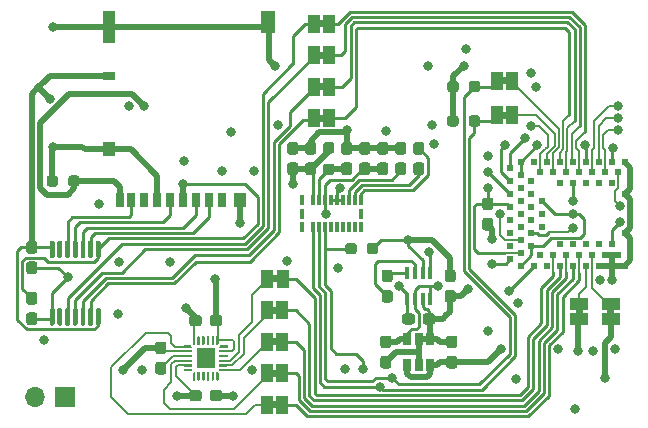
<source format=gbr>
%TF.GenerationSoftware,KiCad,Pcbnew,(5.1.7)-1*%
%TF.CreationDate,2021-01-20T17:17:38-05:00*%
%TF.ProjectId,SYSC4907_REV2,53595343-3439-4303-975f-524556322e6b,rev?*%
%TF.SameCoordinates,Original*%
%TF.FileFunction,Copper,L4,Bot*%
%TF.FilePolarity,Positive*%
%FSLAX46Y46*%
G04 Gerber Fmt 4.6, Leading zero omitted, Abs format (unit mm)*
G04 Created by KiCad (PCBNEW (5.1.7)-1) date 2021-01-20 17:17:38*
%MOMM*%
%LPD*%
G01*
G04 APERTURE LIST*
%TA.AperFunction,EtchedComponent*%
%ADD10C,0.100000*%
%TD*%
%TA.AperFunction,SMDPad,CuDef*%
%ADD11R,0.700000X1.200000*%
%TD*%
%TA.AperFunction,SMDPad,CuDef*%
%ADD12R,1.000000X1.200000*%
%TD*%
%TA.AperFunction,SMDPad,CuDef*%
%ADD13R,1.000000X0.800000*%
%TD*%
%TA.AperFunction,SMDPad,CuDef*%
%ADD14R,1.000000X2.800000*%
%TD*%
%TA.AperFunction,SMDPad,CuDef*%
%ADD15R,1.300000X1.900000*%
%TD*%
%TA.AperFunction,SMDPad,CuDef*%
%ADD16R,1.000000X1.500000*%
%TD*%
%TA.AperFunction,SMDPad,CuDef*%
%ADD17R,1.500000X1.000000*%
%TD*%
%TA.AperFunction,SMDPad,CuDef*%
%ADD18R,0.508000X0.508000*%
%TD*%
%TA.AperFunction,SMDPad,CuDef*%
%ADD19R,0.650000X1.060000*%
%TD*%
%TA.AperFunction,SMDPad,CuDef*%
%ADD20R,0.300000X0.900000*%
%TD*%
%TA.AperFunction,SMDPad,CuDef*%
%ADD21R,0.300000X0.850000*%
%TD*%
%TA.AperFunction,SMDPad,CuDef*%
%ADD22R,0.400000X1.060000*%
%TD*%
%TA.AperFunction,SMDPad,CuDef*%
%ADD23C,0.100000*%
%TD*%
%TA.AperFunction,SMDPad,CuDef*%
%ADD24R,1.600000X1.750000*%
%TD*%
%TA.AperFunction,ComponentPad*%
%ADD25R,1.700000X1.700000*%
%TD*%
%TA.AperFunction,ComponentPad*%
%ADD26O,1.700000X1.700000*%
%TD*%
%TA.AperFunction,ViaPad*%
%ADD27C,0.800000*%
%TD*%
%TA.AperFunction,Conductor*%
%ADD28C,0.200000*%
%TD*%
%TA.AperFunction,Conductor*%
%ADD29C,0.250000*%
%TD*%
%TA.AperFunction,Conductor*%
%ADD30C,0.500000*%
%TD*%
%TA.AperFunction,Conductor*%
%ADD31C,0.160000*%
%TD*%
G04 APERTURE END LIST*
D10*
%TO.C,JP201*%
G36*
X91406000Y-114444000D02*
G01*
X91906000Y-114444000D01*
X91906000Y-113844000D01*
X91406000Y-113844000D01*
X91406000Y-114444000D01*
G37*
%TO.C,JP202*%
G36*
X91406000Y-111523000D02*
G01*
X91906000Y-111523000D01*
X91906000Y-110923000D01*
X91406000Y-110923000D01*
X91406000Y-111523000D01*
G37*
%TO.C,JP203*%
G36*
X71975000Y-130954000D02*
G01*
X72475000Y-130954000D01*
X72475000Y-130354000D01*
X71975000Y-130354000D01*
X71975000Y-130954000D01*
G37*
%TO.C,JP204*%
G36*
X71975000Y-133621000D02*
G01*
X72475000Y-133621000D01*
X72475000Y-133021000D01*
X71975000Y-133021000D01*
X71975000Y-133621000D01*
G37*
%TO.C,JP205*%
G36*
X71975000Y-136288000D02*
G01*
X72475000Y-136288000D01*
X72475000Y-135688000D01*
X71975000Y-135688000D01*
X71975000Y-136288000D01*
G37*
%TO.C,JP206*%
G36*
X71990000Y-128287000D02*
G01*
X72490000Y-128287000D01*
X72490000Y-127687000D01*
X71990000Y-127687000D01*
X71990000Y-128287000D01*
G37*
%TO.C,JP207*%
G36*
X71975000Y-138955000D02*
G01*
X72475000Y-138955000D01*
X72475000Y-138355000D01*
X71975000Y-138355000D01*
X71975000Y-138955000D01*
G37*
%TO.C,JP208*%
G36*
X100973000Y-131031000D02*
G01*
X100973000Y-130531000D01*
X100373000Y-130531000D01*
X100373000Y-131031000D01*
X100973000Y-131031000D01*
G37*
%TO.C,JP209*%
G36*
X98306000Y-131031000D02*
G01*
X98306000Y-130531000D01*
X97706000Y-130531000D01*
X97706000Y-131031000D01*
X98306000Y-131031000D01*
G37*
%TO.C,JP210*%
G36*
X76412000Y-114098000D02*
G01*
X75912000Y-114098000D01*
X75912000Y-114698000D01*
X76412000Y-114698000D01*
X76412000Y-114098000D01*
G37*
%TO.C,JP211*%
G36*
X76412000Y-111431000D02*
G01*
X75912000Y-111431000D01*
X75912000Y-112031000D01*
X76412000Y-112031000D01*
X76412000Y-111431000D01*
G37*
%TO.C,JP212*%
G36*
X76412000Y-108764000D02*
G01*
X75912000Y-108764000D01*
X75912000Y-109364000D01*
X76412000Y-109364000D01*
X76412000Y-108764000D01*
G37*
%TO.C,JP213*%
G36*
X76412000Y-106097000D02*
G01*
X75912000Y-106097000D01*
X75912000Y-106697000D01*
X76412000Y-106697000D01*
X76412000Y-106097000D01*
G37*
%TD*%
%TO.P,C201,1*%
%TO.N,GND*%
%TA.AperFunction,SMDPad,CuDef*%
G36*
G01*
X90496500Y-123926000D02*
X90021500Y-123926000D01*
G75*
G02*
X89784000Y-123688500I0J237500D01*
G01*
X89784000Y-123088500D01*
G75*
G02*
X90021500Y-122851000I237500J0D01*
G01*
X90496500Y-122851000D01*
G75*
G02*
X90734000Y-123088500I0J-237500D01*
G01*
X90734000Y-123688500D01*
G75*
G02*
X90496500Y-123926000I-237500J0D01*
G01*
G37*
%TD.AperFunction*%
%TO.P,C201,2*%
%TO.N,+1V8*%
%TA.AperFunction,SMDPad,CuDef*%
G36*
G01*
X90496500Y-122201000D02*
X90021500Y-122201000D01*
G75*
G02*
X89784000Y-121963500I0J237500D01*
G01*
X89784000Y-121363500D01*
G75*
G02*
X90021500Y-121126000I237500J0D01*
G01*
X90496500Y-121126000D01*
G75*
G02*
X90734000Y-121363500I0J-237500D01*
G01*
X90734000Y-121963500D01*
G75*
G02*
X90496500Y-122201000I-237500J0D01*
G01*
G37*
%TD.AperFunction*%
%TD*%
%TO.P,C401,1*%
%TO.N,+1V8*%
%TA.AperFunction,SMDPad,CuDef*%
G36*
G01*
X87448500Y-135610000D02*
X86973500Y-135610000D01*
G75*
G02*
X86736000Y-135372500I0J237500D01*
G01*
X86736000Y-134772500D01*
G75*
G02*
X86973500Y-134535000I237500J0D01*
G01*
X87448500Y-134535000D01*
G75*
G02*
X87686000Y-134772500I0J-237500D01*
G01*
X87686000Y-135372500D01*
G75*
G02*
X87448500Y-135610000I-237500J0D01*
G01*
G37*
%TD.AperFunction*%
%TO.P,C401,2*%
%TO.N,GND*%
%TA.AperFunction,SMDPad,CuDef*%
G36*
G01*
X87448500Y-133885000D02*
X86973500Y-133885000D01*
G75*
G02*
X86736000Y-133647500I0J237500D01*
G01*
X86736000Y-133047500D01*
G75*
G02*
X86973500Y-132810000I237500J0D01*
G01*
X87448500Y-132810000D01*
G75*
G02*
X87686000Y-133047500I0J-237500D01*
G01*
X87686000Y-133647500D01*
G75*
G02*
X87448500Y-133885000I-237500J0D01*
G01*
G37*
%TD.AperFunction*%
%TD*%
%TO.P,C402,1*%
%TO.N,+1V8*%
%TA.AperFunction,SMDPad,CuDef*%
G36*
G01*
X75510500Y-119227000D02*
X75035500Y-119227000D01*
G75*
G02*
X74798000Y-118989500I0J237500D01*
G01*
X74798000Y-118389500D01*
G75*
G02*
X75035500Y-118152000I237500J0D01*
G01*
X75510500Y-118152000D01*
G75*
G02*
X75748000Y-118389500I0J-237500D01*
G01*
X75748000Y-118989500D01*
G75*
G02*
X75510500Y-119227000I-237500J0D01*
G01*
G37*
%TD.AperFunction*%
%TO.P,C402,2*%
%TO.N,GND*%
%TA.AperFunction,SMDPad,CuDef*%
G36*
G01*
X75510500Y-117502000D02*
X75035500Y-117502000D01*
G75*
G02*
X74798000Y-117264500I0J237500D01*
G01*
X74798000Y-116664500D01*
G75*
G02*
X75035500Y-116427000I237500J0D01*
G01*
X75510500Y-116427000D01*
G75*
G02*
X75748000Y-116664500I0J-237500D01*
G01*
X75748000Y-117264500D01*
G75*
G02*
X75510500Y-117502000I-237500J0D01*
G01*
G37*
%TD.AperFunction*%
%TD*%
%TO.P,C403,1*%
%TO.N,GND*%
%TA.AperFunction,SMDPad,CuDef*%
G36*
G01*
X82655500Y-116427000D02*
X83130500Y-116427000D01*
G75*
G02*
X83368000Y-116664500I0J-237500D01*
G01*
X83368000Y-117264500D01*
G75*
G02*
X83130500Y-117502000I-237500J0D01*
G01*
X82655500Y-117502000D01*
G75*
G02*
X82418000Y-117264500I0J237500D01*
G01*
X82418000Y-116664500D01*
G75*
G02*
X82655500Y-116427000I237500J0D01*
G01*
G37*
%TD.AperFunction*%
%TO.P,C403,2*%
%TO.N,Net-(C403-Pad2)*%
%TA.AperFunction,SMDPad,CuDef*%
G36*
G01*
X82655500Y-118152000D02*
X83130500Y-118152000D01*
G75*
G02*
X83368000Y-118389500I0J-237500D01*
G01*
X83368000Y-118989500D01*
G75*
G02*
X83130500Y-119227000I-237500J0D01*
G01*
X82655500Y-119227000D01*
G75*
G02*
X82418000Y-118989500I0J237500D01*
G01*
X82418000Y-118389500D01*
G75*
G02*
X82655500Y-118152000I237500J0D01*
G01*
G37*
%TD.AperFunction*%
%TD*%
%TO.P,C404,2*%
%TO.N,GND*%
%TA.AperFunction,SMDPad,CuDef*%
G36*
G01*
X73986500Y-117502000D02*
X73511500Y-117502000D01*
G75*
G02*
X73274000Y-117264500I0J237500D01*
G01*
X73274000Y-116664500D01*
G75*
G02*
X73511500Y-116427000I237500J0D01*
G01*
X73986500Y-116427000D01*
G75*
G02*
X74224000Y-116664500I0J-237500D01*
G01*
X74224000Y-117264500D01*
G75*
G02*
X73986500Y-117502000I-237500J0D01*
G01*
G37*
%TD.AperFunction*%
%TO.P,C404,1*%
%TO.N,+1V8*%
%TA.AperFunction,SMDPad,CuDef*%
G36*
G01*
X73986500Y-119227000D02*
X73511500Y-119227000D01*
G75*
G02*
X73274000Y-118989500I0J237500D01*
G01*
X73274000Y-118389500D01*
G75*
G02*
X73511500Y-118152000I237500J0D01*
G01*
X73986500Y-118152000D01*
G75*
G02*
X74224000Y-118389500I0J-237500D01*
G01*
X74224000Y-118989500D01*
G75*
G02*
X73986500Y-119227000I-237500J0D01*
G01*
G37*
%TD.AperFunction*%
%TD*%
%TO.P,C405,2*%
%TO.N,Net-(C405-Pad2)*%
%TA.AperFunction,SMDPad,CuDef*%
G36*
G01*
X84179500Y-118152000D02*
X84654500Y-118152000D01*
G75*
G02*
X84892000Y-118389500I0J-237500D01*
G01*
X84892000Y-118989500D01*
G75*
G02*
X84654500Y-119227000I-237500J0D01*
G01*
X84179500Y-119227000D01*
G75*
G02*
X83942000Y-118989500I0J237500D01*
G01*
X83942000Y-118389500D01*
G75*
G02*
X84179500Y-118152000I237500J0D01*
G01*
G37*
%TD.AperFunction*%
%TO.P,C405,1*%
%TO.N,Net-(C405-Pad1)*%
%TA.AperFunction,SMDPad,CuDef*%
G36*
G01*
X84179500Y-116427000D02*
X84654500Y-116427000D01*
G75*
G02*
X84892000Y-116664500I0J-237500D01*
G01*
X84892000Y-117264500D01*
G75*
G02*
X84654500Y-117502000I-237500J0D01*
G01*
X84179500Y-117502000D01*
G75*
G02*
X83942000Y-117264500I0J237500D01*
G01*
X83942000Y-116664500D01*
G75*
G02*
X84179500Y-116427000I237500J0D01*
G01*
G37*
%TD.AperFunction*%
%TD*%
%TO.P,C407,2*%
%TO.N,GND*%
%TA.AperFunction,SMDPad,CuDef*%
G36*
G01*
X81385500Y-134535000D02*
X81860500Y-134535000D01*
G75*
G02*
X82098000Y-134772500I0J-237500D01*
G01*
X82098000Y-135372500D01*
G75*
G02*
X81860500Y-135610000I-237500J0D01*
G01*
X81385500Y-135610000D01*
G75*
G02*
X81148000Y-135372500I0J237500D01*
G01*
X81148000Y-134772500D01*
G75*
G02*
X81385500Y-134535000I237500J0D01*
G01*
G37*
%TD.AperFunction*%
%TO.P,C407,1*%
%TO.N,Net-(C407-Pad1)*%
%TA.AperFunction,SMDPad,CuDef*%
G36*
G01*
X81385500Y-132810000D02*
X81860500Y-132810000D01*
G75*
G02*
X82098000Y-133047500I0J-237500D01*
G01*
X82098000Y-133647500D01*
G75*
G02*
X81860500Y-133885000I-237500J0D01*
G01*
X81385500Y-133885000D01*
G75*
G02*
X81148000Y-133647500I0J237500D01*
G01*
X81148000Y-133047500D01*
G75*
G02*
X81385500Y-132810000I237500J0D01*
G01*
G37*
%TD.AperFunction*%
%TD*%
%TO.P,C408,1*%
%TO.N,+1V8*%
%TA.AperFunction,SMDPad,CuDef*%
G36*
G01*
X86846500Y-127222000D02*
X87321500Y-127222000D01*
G75*
G02*
X87559000Y-127459500I0J-237500D01*
G01*
X87559000Y-128059500D01*
G75*
G02*
X87321500Y-128297000I-237500J0D01*
G01*
X86846500Y-128297000D01*
G75*
G02*
X86609000Y-128059500I0J237500D01*
G01*
X86609000Y-127459500D01*
G75*
G02*
X86846500Y-127222000I237500J0D01*
G01*
G37*
%TD.AperFunction*%
%TO.P,C408,2*%
%TO.N,GND*%
%TA.AperFunction,SMDPad,CuDef*%
G36*
G01*
X86846500Y-128947000D02*
X87321500Y-128947000D01*
G75*
G02*
X87559000Y-129184500I0J-237500D01*
G01*
X87559000Y-129784500D01*
G75*
G02*
X87321500Y-130022000I-237500J0D01*
G01*
X86846500Y-130022000D01*
G75*
G02*
X86609000Y-129784500I0J237500D01*
G01*
X86609000Y-129184500D01*
G75*
G02*
X86846500Y-128947000I237500J0D01*
G01*
G37*
%TD.AperFunction*%
%TD*%
%TO.P,C410,1*%
%TO.N,+3V3*%
%TA.AperFunction,SMDPad,CuDef*%
G36*
G01*
X80082500Y-119227000D02*
X79607500Y-119227000D01*
G75*
G02*
X79370000Y-118989500I0J237500D01*
G01*
X79370000Y-118389500D01*
G75*
G02*
X79607500Y-118152000I237500J0D01*
G01*
X80082500Y-118152000D01*
G75*
G02*
X80320000Y-118389500I0J-237500D01*
G01*
X80320000Y-118989500D01*
G75*
G02*
X80082500Y-119227000I-237500J0D01*
G01*
G37*
%TD.AperFunction*%
%TO.P,C410,2*%
%TO.N,GND*%
%TA.AperFunction,SMDPad,CuDef*%
G36*
G01*
X80082500Y-117502000D02*
X79607500Y-117502000D01*
G75*
G02*
X79370000Y-117264500I0J237500D01*
G01*
X79370000Y-116664500D01*
G75*
G02*
X79607500Y-116427000I237500J0D01*
G01*
X80082500Y-116427000D01*
G75*
G02*
X80320000Y-116664500I0J-237500D01*
G01*
X80320000Y-117264500D01*
G75*
G02*
X80082500Y-117502000I-237500J0D01*
G01*
G37*
%TD.AperFunction*%
%TD*%
%TO.P,C411,1*%
%TO.N,Net-(C411-Pad1)*%
%TA.AperFunction,SMDPad,CuDef*%
G36*
G01*
X81512500Y-127222000D02*
X81987500Y-127222000D01*
G75*
G02*
X82225000Y-127459500I0J-237500D01*
G01*
X82225000Y-128059500D01*
G75*
G02*
X81987500Y-128297000I-237500J0D01*
G01*
X81512500Y-128297000D01*
G75*
G02*
X81275000Y-128059500I0J237500D01*
G01*
X81275000Y-127459500D01*
G75*
G02*
X81512500Y-127222000I237500J0D01*
G01*
G37*
%TD.AperFunction*%
%TO.P,C411,2*%
%TO.N,Net-(C411-Pad2)*%
%TA.AperFunction,SMDPad,CuDef*%
G36*
G01*
X81512500Y-128947000D02*
X81987500Y-128947000D01*
G75*
G02*
X82225000Y-129184500I0J-237500D01*
G01*
X82225000Y-129784500D01*
G75*
G02*
X81987500Y-130022000I-237500J0D01*
G01*
X81512500Y-130022000D01*
G75*
G02*
X81275000Y-129784500I0J237500D01*
G01*
X81275000Y-129184500D01*
G75*
G02*
X81512500Y-128947000I237500J0D01*
G01*
G37*
%TD.AperFunction*%
%TD*%
%TO.P,C412,2*%
%TO.N,GND*%
%TA.AperFunction,SMDPad,CuDef*%
G36*
G01*
X81606500Y-117502000D02*
X81131500Y-117502000D01*
G75*
G02*
X80894000Y-117264500I0J237500D01*
G01*
X80894000Y-116664500D01*
G75*
G02*
X81131500Y-116427000I237500J0D01*
G01*
X81606500Y-116427000D01*
G75*
G02*
X81844000Y-116664500I0J-237500D01*
G01*
X81844000Y-117264500D01*
G75*
G02*
X81606500Y-117502000I-237500J0D01*
G01*
G37*
%TD.AperFunction*%
%TO.P,C412,1*%
%TO.N,+3V3*%
%TA.AperFunction,SMDPad,CuDef*%
G36*
G01*
X81606500Y-119227000D02*
X81131500Y-119227000D01*
G75*
G02*
X80894000Y-118989500I0J237500D01*
G01*
X80894000Y-118389500D01*
G75*
G02*
X81131500Y-118152000I237500J0D01*
G01*
X81606500Y-118152000D01*
G75*
G02*
X81844000Y-118389500I0J-237500D01*
G01*
X81844000Y-118989500D01*
G75*
G02*
X81606500Y-119227000I-237500J0D01*
G01*
G37*
%TD.AperFunction*%
%TD*%
%TO.P,C413,2*%
%TO.N,GND*%
%TA.AperFunction,SMDPad,CuDef*%
G36*
G01*
X78558500Y-117502000D02*
X78083500Y-117502000D01*
G75*
G02*
X77846000Y-117264500I0J237500D01*
G01*
X77846000Y-116664500D01*
G75*
G02*
X78083500Y-116427000I237500J0D01*
G01*
X78558500Y-116427000D01*
G75*
G02*
X78796000Y-116664500I0J-237500D01*
G01*
X78796000Y-117264500D01*
G75*
G02*
X78558500Y-117502000I-237500J0D01*
G01*
G37*
%TD.AperFunction*%
%TO.P,C413,1*%
%TO.N,Net-(C413-Pad1)*%
%TA.AperFunction,SMDPad,CuDef*%
G36*
G01*
X78558500Y-119227000D02*
X78083500Y-119227000D01*
G75*
G02*
X77846000Y-118989500I0J237500D01*
G01*
X77846000Y-118389500D01*
G75*
G02*
X78083500Y-118152000I237500J0D01*
G01*
X78558500Y-118152000D01*
G75*
G02*
X78796000Y-118389500I0J-237500D01*
G01*
X78796000Y-118989500D01*
G75*
G02*
X78558500Y-119227000I-237500J0D01*
G01*
G37*
%TD.AperFunction*%
%TD*%
%TO.P,C414,1*%
%TO.N,GND*%
%TA.AperFunction,SMDPad,CuDef*%
G36*
G01*
X85817000Y-131178500D02*
X85817000Y-131653500D01*
G75*
G02*
X85579500Y-131891000I-237500J0D01*
G01*
X84979500Y-131891000D01*
G75*
G02*
X84742000Y-131653500I0J237500D01*
G01*
X84742000Y-131178500D01*
G75*
G02*
X84979500Y-130941000I237500J0D01*
G01*
X85579500Y-130941000D01*
G75*
G02*
X85817000Y-131178500I0J-237500D01*
G01*
G37*
%TD.AperFunction*%
%TO.P,C414,2*%
%TO.N,IR_TEMP*%
%TA.AperFunction,SMDPad,CuDef*%
G36*
G01*
X84092000Y-131178500D02*
X84092000Y-131653500D01*
G75*
G02*
X83854500Y-131891000I-237500J0D01*
G01*
X83254500Y-131891000D01*
G75*
G02*
X83017000Y-131653500I0J237500D01*
G01*
X83017000Y-131178500D01*
G75*
G02*
X83254500Y-130941000I237500J0D01*
G01*
X83854500Y-130941000D01*
G75*
G02*
X84092000Y-131178500I0J-237500D01*
G01*
G37*
%TD.AperFunction*%
%TD*%
%TO.P,C419,1*%
%TO.N,GND*%
%TA.AperFunction,SMDPad,CuDef*%
G36*
G01*
X67783000Y-131305500D02*
X67783000Y-131780500D01*
G75*
G02*
X67545500Y-132018000I-237500J0D01*
G01*
X66945500Y-132018000D01*
G75*
G02*
X66708000Y-131780500I0J237500D01*
G01*
X66708000Y-131305500D01*
G75*
G02*
X66945500Y-131068000I237500J0D01*
G01*
X67545500Y-131068000D01*
G75*
G02*
X67783000Y-131305500I0J-237500D01*
G01*
G37*
%TD.AperFunction*%
%TO.P,C419,2*%
%TO.N,+1V8*%
%TA.AperFunction,SMDPad,CuDef*%
G36*
G01*
X66058000Y-131305500D02*
X66058000Y-131780500D01*
G75*
G02*
X65820500Y-132018000I-237500J0D01*
G01*
X65220500Y-132018000D01*
G75*
G02*
X64983000Y-131780500I0J237500D01*
G01*
X64983000Y-131305500D01*
G75*
G02*
X65220500Y-131068000I237500J0D01*
G01*
X65820500Y-131068000D01*
G75*
G02*
X66058000Y-131305500I0J-237500D01*
G01*
G37*
%TD.AperFunction*%
%TD*%
%TO.P,C420,2*%
%TO.N,+1V8*%
%TA.AperFunction,SMDPad,CuDef*%
G36*
G01*
X66058000Y-137655500D02*
X66058000Y-138130500D01*
G75*
G02*
X65820500Y-138368000I-237500J0D01*
G01*
X65220500Y-138368000D01*
G75*
G02*
X64983000Y-138130500I0J237500D01*
G01*
X64983000Y-137655500D01*
G75*
G02*
X65220500Y-137418000I237500J0D01*
G01*
X65820500Y-137418000D01*
G75*
G02*
X66058000Y-137655500I0J-237500D01*
G01*
G37*
%TD.AperFunction*%
%TO.P,C420,1*%
%TO.N,GND*%
%TA.AperFunction,SMDPad,CuDef*%
G36*
G01*
X67783000Y-137655500D02*
X67783000Y-138130500D01*
G75*
G02*
X67545500Y-138368000I-237500J0D01*
G01*
X66945500Y-138368000D01*
G75*
G02*
X66708000Y-138130500I0J237500D01*
G01*
X66708000Y-137655500D01*
G75*
G02*
X66945500Y-137418000I237500J0D01*
G01*
X67545500Y-137418000D01*
G75*
G02*
X67783000Y-137655500I0J-237500D01*
G01*
G37*
%TD.AperFunction*%
%TD*%
%TO.P,C421,1*%
%TO.N,GND*%
%TA.AperFunction,SMDPad,CuDef*%
G36*
G01*
X62335500Y-133318000D02*
X62810500Y-133318000D01*
G75*
G02*
X63048000Y-133555500I0J-237500D01*
G01*
X63048000Y-134155500D01*
G75*
G02*
X62810500Y-134393000I-237500J0D01*
G01*
X62335500Y-134393000D01*
G75*
G02*
X62098000Y-134155500I0J237500D01*
G01*
X62098000Y-133555500D01*
G75*
G02*
X62335500Y-133318000I237500J0D01*
G01*
G37*
%TD.AperFunction*%
%TO.P,C421,2*%
%TO.N,Net-(C421-Pad2)*%
%TA.AperFunction,SMDPad,CuDef*%
G36*
G01*
X62335500Y-135043000D02*
X62810500Y-135043000D01*
G75*
G02*
X63048000Y-135280500I0J-237500D01*
G01*
X63048000Y-135880500D01*
G75*
G02*
X62810500Y-136118000I-237500J0D01*
G01*
X62335500Y-136118000D01*
G75*
G02*
X62098000Y-135880500I0J237500D01*
G01*
X62098000Y-135280500D01*
G75*
G02*
X62335500Y-135043000I237500J0D01*
G01*
G37*
%TD.AperFunction*%
%TD*%
D11*
%TO.P,J203,9*%
%TO.N,SD_DET*%
X59125000Y-121325000D03*
%TO.P,J203,8*%
%TO.N,Net-(J203-Pad8)*%
X60075000Y-121325000D03*
%TO.P,J203,1*%
%TO.N,Net-(J203-Pad1)*%
X67775000Y-121325000D03*
%TO.P,J203,2*%
%TO.N,Net-(J203-Pad2)*%
X66675000Y-121325000D03*
%TO.P,J203,3*%
%TO.N,Net-(J203-Pad3)*%
X65575000Y-121325000D03*
%TO.P,J203,4*%
%TO.N,+3V3*%
X64475000Y-121325000D03*
%TO.P,J203,5*%
%TO.N,Net-(J203-Pad5)*%
X63375000Y-121325000D03*
%TO.P,J203,6*%
%TO.N,GND*%
X62275000Y-121325000D03*
%TO.P,J203,7*%
%TO.N,Net-(J203-Pad7)*%
X61175000Y-121325000D03*
D12*
%TO.P,J203,11*%
%TO.N,GND*%
X69325000Y-121325000D03*
X58175000Y-117025000D03*
D13*
%TO.P,J203,10*%
%TO.N,+1V8*%
X58175000Y-110825000D03*
D14*
%TO.P,J203,11*%
%TO.N,GND*%
X58175000Y-106675000D03*
D15*
X71675000Y-106225000D03*
%TD*%
D16*
%TO.P,JP201,1*%
%TO.N,I2C_SCL*%
X91006000Y-114144000D03*
%TO.P,JP201,2*%
%TO.N,Net-(JP201-Pad2)*%
X92306000Y-114144000D03*
%TD*%
%TO.P,JP202,2*%
%TO.N,Net-(JP202-Pad2)*%
X92306000Y-111223000D03*
%TO.P,JP202,1*%
%TO.N,I2C_SDA*%
X91006000Y-111223000D03*
%TD*%
%TO.P,JP203,2*%
%TO.N,Net-(JP203-Pad2)*%
X72875000Y-130654000D03*
%TO.P,JP203,1*%
%TO.N,IMU_SCK*%
X71575000Y-130654000D03*
%TD*%
%TO.P,JP204,1*%
%TO.N,IMU_MOSI*%
X71575000Y-133321000D03*
%TO.P,JP204,2*%
%TO.N,Net-(JP204-Pad2)*%
X72875000Y-133321000D03*
%TD*%
%TO.P,JP205,2*%
%TO.N,Net-(JP205-Pad2)*%
X72875000Y-135988000D03*
%TO.P,JP205,1*%
%TO.N,IMU_MISO*%
X71575000Y-135988000D03*
%TD*%
%TO.P,JP206,2*%
%TO.N,Net-(JP206-Pad2)*%
X72890000Y-127987000D03*
%TO.P,JP206,1*%
%TO.N,IMU_CS*%
X71590000Y-127987000D03*
%TD*%
%TO.P,JP207,1*%
%TO.N,IMU_INT*%
X71575000Y-138655000D03*
%TO.P,JP207,2*%
%TO.N,Net-(JP207-Pad2)*%
X72875000Y-138655000D03*
%TD*%
D17*
%TO.P,JP208,1*%
%TO.N,UV_INT*%
X100673000Y-131431000D03*
%TO.P,JP208,2*%
%TO.N,Net-(JP208-Pad2)*%
X100673000Y-130131000D03*
%TD*%
%TO.P,JP209,2*%
%TO.N,Net-(JP209-Pad2)*%
X98006000Y-130131000D03*
%TO.P,JP209,1*%
%TO.N,HEART_INT*%
X98006000Y-131431000D03*
%TD*%
D16*
%TO.P,JP210,1*%
%TO.N,SD_MISO*%
X76812000Y-114398000D03*
%TO.P,JP210,2*%
%TO.N,Net-(JP210-Pad2)*%
X75512000Y-114398000D03*
%TD*%
%TO.P,JP211,2*%
%TO.N,Net-(JP211-Pad2)*%
X75512000Y-111731000D03*
%TO.P,JP211,1*%
%TO.N,SD_MOSI*%
X76812000Y-111731000D03*
%TD*%
%TO.P,JP212,1*%
%TO.N,SD_SCK*%
X76812000Y-109064000D03*
%TO.P,JP212,2*%
%TO.N,Net-(JP212-Pad2)*%
X75512000Y-109064000D03*
%TD*%
%TO.P,JP213,1*%
%TO.N,SD_CS*%
X76812000Y-106397000D03*
%TO.P,JP213,2*%
%TO.N,Net-(JP213-Pad2)*%
X75512000Y-106397000D03*
%TD*%
%TO.P,R201,2*%
%TO.N,I2C_SCL*%
%TA.AperFunction,SMDPad,CuDef*%
G36*
G01*
X88652000Y-114889500D02*
X88652000Y-114414500D01*
G75*
G02*
X88889500Y-114177000I237500J0D01*
G01*
X89389500Y-114177000D01*
G75*
G02*
X89627000Y-114414500I0J-237500D01*
G01*
X89627000Y-114889500D01*
G75*
G02*
X89389500Y-115127000I-237500J0D01*
G01*
X88889500Y-115127000D01*
G75*
G02*
X88652000Y-114889500I0J237500D01*
G01*
G37*
%TD.AperFunction*%
%TO.P,R201,1*%
%TO.N,+1V8*%
%TA.AperFunction,SMDPad,CuDef*%
G36*
G01*
X86827000Y-114889500D02*
X86827000Y-114414500D01*
G75*
G02*
X87064500Y-114177000I237500J0D01*
G01*
X87564500Y-114177000D01*
G75*
G02*
X87802000Y-114414500I0J-237500D01*
G01*
X87802000Y-114889500D01*
G75*
G02*
X87564500Y-115127000I-237500J0D01*
G01*
X87064500Y-115127000D01*
G75*
G02*
X86827000Y-114889500I0J237500D01*
G01*
G37*
%TD.AperFunction*%
%TD*%
%TO.P,R202,2*%
%TO.N,I2C_SDA*%
%TA.AperFunction,SMDPad,CuDef*%
G36*
G01*
X88652000Y-111968500D02*
X88652000Y-111493500D01*
G75*
G02*
X88889500Y-111256000I237500J0D01*
G01*
X89389500Y-111256000D01*
G75*
G02*
X89627000Y-111493500I0J-237500D01*
G01*
X89627000Y-111968500D01*
G75*
G02*
X89389500Y-112206000I-237500J0D01*
G01*
X88889500Y-112206000D01*
G75*
G02*
X88652000Y-111968500I0J237500D01*
G01*
G37*
%TD.AperFunction*%
%TO.P,R202,1*%
%TO.N,+1V8*%
%TA.AperFunction,SMDPad,CuDef*%
G36*
G01*
X86827000Y-111968500D02*
X86827000Y-111493500D01*
G75*
G02*
X87064500Y-111256000I237500J0D01*
G01*
X87564500Y-111256000D01*
G75*
G02*
X87802000Y-111493500I0J-237500D01*
G01*
X87802000Y-111968500D01*
G75*
G02*
X87564500Y-112206000I-237500J0D01*
G01*
X87064500Y-112206000D01*
G75*
G02*
X86827000Y-111968500I0J237500D01*
G01*
G37*
%TD.AperFunction*%
%TD*%
%TO.P,R203,1*%
%TO.N,SD_DET*%
%TA.AperFunction,SMDPad,CuDef*%
G36*
G01*
X55718000Y-119494500D02*
X55718000Y-119969500D01*
G75*
G02*
X55480500Y-120207000I-237500J0D01*
G01*
X54980500Y-120207000D01*
G75*
G02*
X54743000Y-119969500I0J237500D01*
G01*
X54743000Y-119494500D01*
G75*
G02*
X54980500Y-119257000I237500J0D01*
G01*
X55480500Y-119257000D01*
G75*
G02*
X55718000Y-119494500I0J-237500D01*
G01*
G37*
%TD.AperFunction*%
%TO.P,R203,2*%
%TO.N,GND*%
%TA.AperFunction,SMDPad,CuDef*%
G36*
G01*
X53893000Y-119494500D02*
X53893000Y-119969500D01*
G75*
G02*
X53655500Y-120207000I-237500J0D01*
G01*
X53155500Y-120207000D01*
G75*
G02*
X52918000Y-119969500I0J237500D01*
G01*
X52918000Y-119494500D01*
G75*
G02*
X53155500Y-119257000I237500J0D01*
G01*
X53655500Y-119257000D01*
G75*
G02*
X53893000Y-119494500I0J-237500D01*
G01*
G37*
%TD.AperFunction*%
%TD*%
%TO.P,R401,2*%
%TO.N,HEART_INT*%
%TA.AperFunction,SMDPad,CuDef*%
G36*
G01*
X79166000Y-125209500D02*
X79166000Y-125684500D01*
G75*
G02*
X78928500Y-125922000I-237500J0D01*
G01*
X78428500Y-125922000D01*
G75*
G02*
X78191000Y-125684500I0J237500D01*
G01*
X78191000Y-125209500D01*
G75*
G02*
X78428500Y-124972000I237500J0D01*
G01*
X78928500Y-124972000D01*
G75*
G02*
X79166000Y-125209500I0J-237500D01*
G01*
G37*
%TD.AperFunction*%
%TO.P,R401,1*%
%TO.N,+1V8*%
%TA.AperFunction,SMDPad,CuDef*%
G36*
G01*
X80991000Y-125209500D02*
X80991000Y-125684500D01*
G75*
G02*
X80753500Y-125922000I-237500J0D01*
G01*
X80253500Y-125922000D01*
G75*
G02*
X80016000Y-125684500I0J237500D01*
G01*
X80016000Y-125209500D01*
G75*
G02*
X80253500Y-124972000I237500J0D01*
G01*
X80753500Y-124972000D01*
G75*
G02*
X80991000Y-125209500I0J-237500D01*
G01*
G37*
%TD.AperFunction*%
%TD*%
%TO.P,R402,2*%
%TO.N,+1V8*%
%TA.AperFunction,SMDPad,CuDef*%
G36*
G01*
X77034500Y-117402000D02*
X76559500Y-117402000D01*
G75*
G02*
X76322000Y-117164500I0J237500D01*
G01*
X76322000Y-116664500D01*
G75*
G02*
X76559500Y-116427000I237500J0D01*
G01*
X77034500Y-116427000D01*
G75*
G02*
X77272000Y-116664500I0J-237500D01*
G01*
X77272000Y-117164500D01*
G75*
G02*
X77034500Y-117402000I-237500J0D01*
G01*
G37*
%TD.AperFunction*%
%TO.P,R402,1*%
%TO.N,Net-(C413-Pad1)*%
%TA.AperFunction,SMDPad,CuDef*%
G36*
G01*
X77034500Y-119227000D02*
X76559500Y-119227000D01*
G75*
G02*
X76322000Y-118989500I0J237500D01*
G01*
X76322000Y-118489500D01*
G75*
G02*
X76559500Y-118252000I237500J0D01*
G01*
X77034500Y-118252000D01*
G75*
G02*
X77272000Y-118489500I0J-237500D01*
G01*
X77272000Y-118989500D01*
G75*
G02*
X77034500Y-119227000I-237500J0D01*
G01*
G37*
%TD.AperFunction*%
%TD*%
D18*
%TO.P,U202,1*%
%TO.N,GND*%
X101850001Y-126899999D03*
%TO.P,U202,3*%
X100750001Y-126899999D03*
%TO.P,U202,5*%
X99650001Y-126899999D03*
%TO.P,U202,7*%
%TO.N,Net-(JP209-Pad2)*%
X98550000Y-126899999D03*
%TO.P,U202,9*%
%TO.N,Net-(JP205-Pad2)*%
X97450000Y-126899999D03*
%TO.P,U202,11*%
%TO.N,Net-(JP203-Pad2)*%
X96350000Y-126899999D03*
%TO.P,U202,13*%
%TO.N,Net-(U202-Pad13)*%
X95249999Y-126899999D03*
%TO.P,U202,15*%
%TO.N,IR_TEMP*%
X94149999Y-126899999D03*
%TO.P,U202,16*%
%TO.N,GND*%
X93049999Y-126899999D03*
%TO.P,U202,61*%
%TO.N,POWER_ON*%
X92149998Y-126350000D03*
%TO.P,U202,62*%
%TO.N,Net-(U202-Pad62)*%
X92149998Y-125250000D03*
%TO.P,U202,63*%
%TO.N,Net-(U202-Pad63)*%
X92149998Y-124149999D03*
%TO.P,U202,64*%
%TO.N,Net-(U202-Pad64)*%
X92149998Y-123049999D03*
%TO.P,U202,65*%
%TO.N,+1V8*%
X92149998Y-121950001D03*
%TO.P,U202,66*%
%TO.N,VBUS*%
X92149998Y-120850001D03*
%TO.P,U202,67*%
%TO.N,Net-(U201-Pad4)*%
X92149998Y-119750000D03*
%TO.P,U202,68*%
%TO.N,Net-(U201-Pad6)*%
X92149998Y-118650000D03*
%TO.P,U202,30*%
%TO.N,GND*%
X93049999Y-118100001D03*
%TO.P,U202,31*%
%TO.N,Net-(U202-Pad31)*%
X94149999Y-118100001D03*
%TO.P,U202,33*%
%TO.N,Net-(JP201-Pad2)*%
X95249999Y-118100001D03*
%TO.P,U202,35*%
%TO.N,SD_MISO*%
X96350000Y-118100001D03*
%TO.P,U202,37*%
%TO.N,SD_SCK*%
X97450000Y-118100001D03*
%TO.P,U202,39*%
%TO.N,Net-(J202-Pad10)*%
X98550000Y-118100001D03*
%TO.P,U202,41*%
%TO.N,LED_G*%
X99650001Y-118100001D03*
%TO.P,U202,43*%
%TO.N,Net-(J202-Pad4)*%
X100750001Y-118100001D03*
%TO.P,U202,45*%
%TO.N,GND*%
X101850001Y-118100001D03*
%TO.P,U202,18*%
X93949998Y-125250000D03*
%TO.P,U202,32*%
%TO.N,SD_DET*%
X94699999Y-119000001D03*
%TO.P,U202,34*%
%TO.N,Net-(JP202-Pad2)*%
X95800000Y-119000001D03*
%TO.P,U202,36*%
%TO.N,SD_MOSI*%
X96900000Y-119000001D03*
%TO.P,U202,38*%
%TO.N,SD_CS*%
X98000000Y-119000001D03*
%TO.P,U202,40*%
%TO.N,LED_R*%
X99100001Y-119000001D03*
%TO.P,U202,42*%
%TO.N,LED_B*%
X100200001Y-119000001D03*
%TO.P,U202,44*%
%TO.N,Net-(J202-Pad2)*%
X101300001Y-119000001D03*
%TO.P,U202,56*%
%TO.N,Net-(U202-Pad56)*%
X96350000Y-119900001D03*
%TO.P,U202,57*%
%TO.N,FAST_CHARGE*%
X97450000Y-119900001D03*
%TO.P,U202,58*%
%TO.N,Net-(U202-Pad58)*%
X98550001Y-119900001D03*
%TO.P,U202,59*%
%TO.N,Net-(U202-Pad59)*%
X99650001Y-119900001D03*
%TO.P,U202,60*%
%TO.N,Net-(U202-Pad60)*%
X100750001Y-119900001D03*
%TO.P,U202,2*%
%TO.N,GND*%
X101300001Y-125999999D03*
%TO.P,U202,4*%
X100200001Y-125999999D03*
%TO.P,U202,6*%
%TO.N,Net-(JP208-Pad2)*%
X99100001Y-125999999D03*
%TO.P,U202,8*%
%TO.N,Net-(JP207-Pad2)*%
X98000000Y-125999999D03*
%TO.P,U202,10*%
%TO.N,Net-(JP204-Pad2)*%
X96900000Y-125999999D03*
%TO.P,U202,12*%
%TO.N,Net-(JP206-Pad2)*%
X95800000Y-125999999D03*
%TO.P,U202,14*%
%TO.N,Net-(U202-Pad14)*%
X94699999Y-125999999D03*
%TO.P,U202,53*%
%TO.N,Net-(U202-Pad53)*%
X94849998Y-123600000D03*
%TO.P,U202,48*%
%TO.N,POWER_SW*%
X100750001Y-125099999D03*
%TO.P,U202,49*%
%TO.N,Net-(U202-Pad49)*%
X99650001Y-125099999D03*
%TO.P,U202,50*%
%TO.N,Net-(U202-Pad50)*%
X98550001Y-125099999D03*
%TO.P,U202,51*%
%TO.N,Net-(U202-Pad51)*%
X97450000Y-125099999D03*
%TO.P,U202,52*%
%TO.N,Net-(U202-Pad52)*%
X96350000Y-125099999D03*
%TO.P,U202,17*%
%TO.N,+1V8*%
X93049998Y-125800000D03*
%TO.P,U202,19*%
%TO.N,AMB_TEMP*%
X93049998Y-124700000D03*
%TO.P,U202,47*%
%TO.N,GND*%
X101850001Y-124149999D03*
%TO.P,U202,46*%
X101850001Y-120850001D03*
%TO.P,U202,27*%
%TO.N,Net-(U202-Pad27)*%
X93049998Y-120300001D03*
%TO.P,U202,29*%
%TO.N,GND*%
X93049998Y-119200000D03*
%TO.P,U202,54*%
%TO.N,Net-(U202-Pad54)*%
X94849998Y-122499999D03*
%TO.P,U202,55*%
%TO.N,GND*%
X94849998Y-121399999D03*
%TO.P,U202,26*%
%TO.N,Net-(U202-Pad26)*%
X93949998Y-120850001D03*
%TO.P,U202,28*%
%TO.N,Net-(U202-Pad28)*%
X93949998Y-119750001D03*
%TO.P,U202,21*%
%TO.N,Net-(U202-Pad21)*%
X93049998Y-123600000D03*
%TO.P,U202,23*%
%TO.N,Net-(U202-Pad23)*%
X93049998Y-122499999D03*
%TO.P,U202,25*%
%TO.N,Net-(U202-Pad25)*%
X93049998Y-121399999D03*
%TO.P,U202,20*%
%TO.N,VBAT_MEAS*%
X93949998Y-124150000D03*
%TO.P,U202,22*%
%TO.N,Net-(U202-Pad22)*%
X93949998Y-123050000D03*
%TO.P,U202,24*%
%TO.N,Net-(U202-Pad24)*%
X93949998Y-121949999D03*
%TD*%
%TO.P,U203,1*%
%TO.N,+1V8*%
%TA.AperFunction,SMDPad,CuDef*%
G36*
G01*
X57384000Y-131968000D02*
X57184000Y-131968000D01*
G75*
G02*
X57084000Y-131868000I0J100000D01*
G01*
X57084000Y-130593000D01*
G75*
G02*
X57184000Y-130493000I100000J0D01*
G01*
X57384000Y-130493000D01*
G75*
G02*
X57484000Y-130593000I0J-100000D01*
G01*
X57484000Y-131868000D01*
G75*
G02*
X57384000Y-131968000I-100000J0D01*
G01*
G37*
%TD.AperFunction*%
%TO.P,U203,2*%
%TO.N,Net-(JP210-Pad2)*%
%TA.AperFunction,SMDPad,CuDef*%
G36*
G01*
X56734000Y-131968000D02*
X56534000Y-131968000D01*
G75*
G02*
X56434000Y-131868000I0J100000D01*
G01*
X56434000Y-130593000D01*
G75*
G02*
X56534000Y-130493000I100000J0D01*
G01*
X56734000Y-130493000D01*
G75*
G02*
X56834000Y-130593000I0J-100000D01*
G01*
X56834000Y-131868000D01*
G75*
G02*
X56734000Y-131968000I-100000J0D01*
G01*
G37*
%TD.AperFunction*%
%TO.P,U203,3*%
%TO.N,Net-(JP211-Pad2)*%
%TA.AperFunction,SMDPad,CuDef*%
G36*
G01*
X56084000Y-131968000D02*
X55884000Y-131968000D01*
G75*
G02*
X55784000Y-131868000I0J100000D01*
G01*
X55784000Y-130593000D01*
G75*
G02*
X55884000Y-130493000I100000J0D01*
G01*
X56084000Y-130493000D01*
G75*
G02*
X56184000Y-130593000I0J-100000D01*
G01*
X56184000Y-131868000D01*
G75*
G02*
X56084000Y-131968000I-100000J0D01*
G01*
G37*
%TD.AperFunction*%
%TO.P,U203,4*%
%TO.N,Net-(JP212-Pad2)*%
%TA.AperFunction,SMDPad,CuDef*%
G36*
G01*
X55434000Y-131968000D02*
X55234000Y-131968000D01*
G75*
G02*
X55134000Y-131868000I0J100000D01*
G01*
X55134000Y-130593000D01*
G75*
G02*
X55234000Y-130493000I100000J0D01*
G01*
X55434000Y-130493000D01*
G75*
G02*
X55534000Y-130593000I0J-100000D01*
G01*
X55534000Y-131868000D01*
G75*
G02*
X55434000Y-131968000I-100000J0D01*
G01*
G37*
%TD.AperFunction*%
%TO.P,U203,5*%
%TO.N,Net-(JP213-Pad2)*%
%TA.AperFunction,SMDPad,CuDef*%
G36*
G01*
X54784000Y-131968000D02*
X54584000Y-131968000D01*
G75*
G02*
X54484000Y-131868000I0J100000D01*
G01*
X54484000Y-130593000D01*
G75*
G02*
X54584000Y-130493000I100000J0D01*
G01*
X54784000Y-130493000D01*
G75*
G02*
X54884000Y-130593000I0J-100000D01*
G01*
X54884000Y-131868000D01*
G75*
G02*
X54784000Y-131968000I-100000J0D01*
G01*
G37*
%TD.AperFunction*%
%TO.P,U203,6*%
%TO.N,Net-(U203-Pad6)*%
%TA.AperFunction,SMDPad,CuDef*%
G36*
G01*
X54134000Y-131968000D02*
X53934000Y-131968000D01*
G75*
G02*
X53834000Y-131868000I0J100000D01*
G01*
X53834000Y-130593000D01*
G75*
G02*
X53934000Y-130493000I100000J0D01*
G01*
X54134000Y-130493000D01*
G75*
G02*
X54234000Y-130593000I0J-100000D01*
G01*
X54234000Y-131868000D01*
G75*
G02*
X54134000Y-131968000I-100000J0D01*
G01*
G37*
%TD.AperFunction*%
%TO.P,U203,7*%
%TO.N,GND*%
%TA.AperFunction,SMDPad,CuDef*%
G36*
G01*
X53484000Y-131968000D02*
X53284000Y-131968000D01*
G75*
G02*
X53184000Y-131868000I0J100000D01*
G01*
X53184000Y-130593000D01*
G75*
G02*
X53284000Y-130493000I100000J0D01*
G01*
X53484000Y-130493000D01*
G75*
G02*
X53584000Y-130593000I0J-100000D01*
G01*
X53584000Y-131868000D01*
G75*
G02*
X53484000Y-131968000I-100000J0D01*
G01*
G37*
%TD.AperFunction*%
%TO.P,U203,8*%
%TO.N,+1V8*%
%TA.AperFunction,SMDPad,CuDef*%
G36*
G01*
X53484000Y-126243000D02*
X53284000Y-126243000D01*
G75*
G02*
X53184000Y-126143000I0J100000D01*
G01*
X53184000Y-124868000D01*
G75*
G02*
X53284000Y-124768000I100000J0D01*
G01*
X53484000Y-124768000D01*
G75*
G02*
X53584000Y-124868000I0J-100000D01*
G01*
X53584000Y-126143000D01*
G75*
G02*
X53484000Y-126243000I-100000J0D01*
G01*
G37*
%TD.AperFunction*%
%TO.P,U203,9*%
%TO.N,Net-(U203-Pad9)*%
%TA.AperFunction,SMDPad,CuDef*%
G36*
G01*
X54134000Y-126243000D02*
X53934000Y-126243000D01*
G75*
G02*
X53834000Y-126143000I0J100000D01*
G01*
X53834000Y-124868000D01*
G75*
G02*
X53934000Y-124768000I100000J0D01*
G01*
X54134000Y-124768000D01*
G75*
G02*
X54234000Y-124868000I0J-100000D01*
G01*
X54234000Y-126143000D01*
G75*
G02*
X54134000Y-126243000I-100000J0D01*
G01*
G37*
%TD.AperFunction*%
%TO.P,U203,10*%
%TO.N,Net-(J203-Pad8)*%
%TA.AperFunction,SMDPad,CuDef*%
G36*
G01*
X54784000Y-126243000D02*
X54584000Y-126243000D01*
G75*
G02*
X54484000Y-126143000I0J100000D01*
G01*
X54484000Y-124868000D01*
G75*
G02*
X54584000Y-124768000I100000J0D01*
G01*
X54784000Y-124768000D01*
G75*
G02*
X54884000Y-124868000I0J-100000D01*
G01*
X54884000Y-126143000D01*
G75*
G02*
X54784000Y-126243000I-100000J0D01*
G01*
G37*
%TD.AperFunction*%
%TO.P,U203,11*%
%TO.N,Net-(J203-Pad5)*%
%TA.AperFunction,SMDPad,CuDef*%
G36*
G01*
X55434000Y-126243000D02*
X55234000Y-126243000D01*
G75*
G02*
X55134000Y-126143000I0J100000D01*
G01*
X55134000Y-124868000D01*
G75*
G02*
X55234000Y-124768000I100000J0D01*
G01*
X55434000Y-124768000D01*
G75*
G02*
X55534000Y-124868000I0J-100000D01*
G01*
X55534000Y-126143000D01*
G75*
G02*
X55434000Y-126243000I-100000J0D01*
G01*
G37*
%TD.AperFunction*%
%TO.P,U203,12*%
%TO.N,Net-(J203-Pad3)*%
%TA.AperFunction,SMDPad,CuDef*%
G36*
G01*
X56084000Y-126243000D02*
X55884000Y-126243000D01*
G75*
G02*
X55784000Y-126143000I0J100000D01*
G01*
X55784000Y-124868000D01*
G75*
G02*
X55884000Y-124768000I100000J0D01*
G01*
X56084000Y-124768000D01*
G75*
G02*
X56184000Y-124868000I0J-100000D01*
G01*
X56184000Y-126143000D01*
G75*
G02*
X56084000Y-126243000I-100000J0D01*
G01*
G37*
%TD.AperFunction*%
%TO.P,U203,13*%
%TO.N,Net-(J203-Pad2)*%
%TA.AperFunction,SMDPad,CuDef*%
G36*
G01*
X56734000Y-126243000D02*
X56534000Y-126243000D01*
G75*
G02*
X56434000Y-126143000I0J100000D01*
G01*
X56434000Y-124868000D01*
G75*
G02*
X56534000Y-124768000I100000J0D01*
G01*
X56734000Y-124768000D01*
G75*
G02*
X56834000Y-124868000I0J-100000D01*
G01*
X56834000Y-126143000D01*
G75*
G02*
X56734000Y-126243000I-100000J0D01*
G01*
G37*
%TD.AperFunction*%
%TO.P,U203,14*%
%TO.N,+3V3*%
%TA.AperFunction,SMDPad,CuDef*%
G36*
G01*
X57384000Y-126243000D02*
X57184000Y-126243000D01*
G75*
G02*
X57084000Y-126143000I0J100000D01*
G01*
X57084000Y-124868000D01*
G75*
G02*
X57184000Y-124768000I100000J0D01*
G01*
X57384000Y-124768000D01*
G75*
G02*
X57484000Y-124868000I0J-100000D01*
G01*
X57484000Y-126143000D01*
G75*
G02*
X57384000Y-126243000I-100000J0D01*
G01*
G37*
%TD.AperFunction*%
%TD*%
D19*
%TO.P,U401,1*%
%TO.N,Net-(C407-Pad1)*%
X83467000Y-133110000D03*
%TO.P,U401,2*%
%TO.N,GND*%
X84417000Y-133110000D03*
%TO.P,U401,3*%
X85367000Y-133110000D03*
%TO.P,U401,4*%
%TO.N,+1V8*%
X85367000Y-135310000D03*
%TO.P,U401,6*%
X83467000Y-135310000D03*
%TO.P,U401,5*%
%TO.N,GND*%
X84417000Y-135310000D03*
%TD*%
D20*
%TO.P,U402,21*%
%TO.N,Net-(C405-Pad1)*%
X79500000Y-121350000D03*
%TO.P,U402,20*%
%TO.N,Net-(C405-Pad2)*%
X78992000Y-121350000D03*
%TO.P,U402,19*%
%TO.N,Net-(C403-Pad2)*%
X78484000Y-121350000D03*
%TO.P,U402,18*%
%TO.N,GND*%
X77976000Y-121350000D03*
%TO.P,U402,17*%
X77468000Y-121350000D03*
%TO.P,U402,16*%
X76960000Y-121350000D03*
%TO.P,U402,15*%
%TO.N,+3V3*%
X76452000Y-121350000D03*
%TO.P,U402,14*%
%TO.N,Net-(C413-Pad1)*%
X75944000Y-121350000D03*
%TO.P,U402,1*%
%TO.N,Net-(U402-Pad1)*%
X79500000Y-123650000D03*
%TO.P,U402,2*%
%TO.N,Net-(U402-Pad2)*%
X78992000Y-123650000D03*
%TO.P,U402,3*%
%TO.N,Net-(U402-Pad3)*%
X78484000Y-123650000D03*
%TO.P,U402,4*%
%TO.N,Net-(U402-Pad4)*%
X77976000Y-123650000D03*
%TO.P,U402,5*%
%TO.N,Net-(U402-Pad5)*%
X77468000Y-123650000D03*
%TO.P,U402,6*%
%TO.N,Net-(U402-Pad6)*%
X76960000Y-123650000D03*
%TO.P,U402,7*%
%TO.N,HEART_INT*%
X76452000Y-123650000D03*
%TO.P,U402,8*%
%TO.N,I2C_SDA*%
X75944000Y-123650000D03*
D21*
%TO.P,U402,22*%
%TO.N,Net-(U402-Pad22)*%
X79500000Y-122500000D03*
D20*
%TO.P,U402,9*%
%TO.N,I2C_SCL*%
X75436000Y-123650000D03*
%TO.P,U402,13*%
%TO.N,+1V8*%
X75436000Y-121350000D03*
%TO.P,U402,10*%
%TO.N,Net-(U402-Pad10)*%
X74500000Y-123650000D03*
%TO.P,U402,12*%
%TO.N,Net-(U402-Pad12)*%
X74500000Y-121350000D03*
D21*
%TO.P,U402,11*%
%TO.N,Net-(U402-Pad11)*%
X74500000Y-122500000D03*
%TD*%
D22*
%TO.P,U403,1*%
%TO.N,Net-(C407-Pad1)*%
X85397000Y-129722000D03*
%TO.P,U403,2*%
%TO.N,GND*%
X84747000Y-129722000D03*
%TO.P,U403,3*%
%TO.N,Net-(C407-Pad1)*%
X84087000Y-129722000D03*
%TO.P,U403,4*%
%TO.N,IR_TEMP*%
X83437000Y-129722000D03*
%TO.P,U403,5*%
%TO.N,Net-(C411-Pad1)*%
X83437000Y-127522000D03*
%TO.P,U403,6*%
%TO.N,Net-(C411-Pad2)*%
X84087000Y-127522000D03*
%TO.P,U403,7*%
%TO.N,+1V8*%
X84747000Y-127522000D03*
%TO.P,U403,8*%
%TO.N,Net-(U403-Pad8)*%
X85397000Y-127522000D03*
%TD*%
%TA.AperFunction,SMDPad,CuDef*%
D23*
%TO.P,U406,1*%
%TO.N,Net-(U406-Pad1)*%
G36*
X67283769Y-135899196D02*
G01*
X67286045Y-135891693D01*
X67289741Y-135884777D01*
X67294716Y-135878716D01*
X67300777Y-135873741D01*
X67307693Y-135870045D01*
X67315196Y-135867769D01*
X67323000Y-135867000D01*
X67346431Y-135867000D01*
X67354235Y-135867769D01*
X67361738Y-135870045D01*
X67368654Y-135873741D01*
X67374715Y-135878716D01*
X67471284Y-135975285D01*
X67476259Y-135981346D01*
X67479955Y-135988262D01*
X67482231Y-135995765D01*
X67483000Y-136003569D01*
X67483000Y-136577000D01*
X67482231Y-136584804D01*
X67479955Y-136592307D01*
X67476259Y-136599223D01*
X67471284Y-136605284D01*
X67465223Y-136610259D01*
X67458307Y-136613955D01*
X67450804Y-136616231D01*
X67443000Y-136617000D01*
X67323000Y-136617000D01*
X67315196Y-136616231D01*
X67307693Y-136613955D01*
X67300777Y-136610259D01*
X67294716Y-136605284D01*
X67289741Y-136599223D01*
X67286045Y-136592307D01*
X67283769Y-136584804D01*
X67283000Y-136577000D01*
X67283000Y-135907000D01*
X67283769Y-135899196D01*
G37*
%TD.AperFunction*%
%TO.P,U406,2*%
%TO.N,Net-(U406-Pad2)*%
%TA.AperFunction,SMDPad,CuDef*%
G36*
G01*
X67033000Y-136617000D02*
X66933000Y-136617000D01*
G75*
G02*
X66883000Y-136567000I0J50000D01*
G01*
X66883000Y-135917000D01*
G75*
G02*
X66933000Y-135867000I50000J0D01*
G01*
X67033000Y-135867000D01*
G75*
G02*
X67083000Y-135917000I0J-50000D01*
G01*
X67083000Y-136567000D01*
G75*
G02*
X67033000Y-136617000I-50000J0D01*
G01*
G37*
%TD.AperFunction*%
%TO.P,U406,3*%
%TO.N,Net-(U406-Pad3)*%
%TA.AperFunction,SMDPad,CuDef*%
G36*
G01*
X66633000Y-136617000D02*
X66533000Y-136617000D01*
G75*
G02*
X66483000Y-136567000I0J50000D01*
G01*
X66483000Y-135917000D01*
G75*
G02*
X66533000Y-135867000I50000J0D01*
G01*
X66633000Y-135867000D01*
G75*
G02*
X66683000Y-135917000I0J-50000D01*
G01*
X66683000Y-136567000D01*
G75*
G02*
X66633000Y-136617000I-50000J0D01*
G01*
G37*
%TD.AperFunction*%
%TO.P,U406,4*%
%TO.N,Net-(U406-Pad4)*%
%TA.AperFunction,SMDPad,CuDef*%
G36*
G01*
X66233000Y-136617000D02*
X66133000Y-136617000D01*
G75*
G02*
X66083000Y-136567000I0J50000D01*
G01*
X66083000Y-135917000D01*
G75*
G02*
X66133000Y-135867000I50000J0D01*
G01*
X66233000Y-135867000D01*
G75*
G02*
X66283000Y-135917000I0J-50000D01*
G01*
X66283000Y-136567000D01*
G75*
G02*
X66233000Y-136617000I-50000J0D01*
G01*
G37*
%TD.AperFunction*%
%TO.P,U406,5*%
%TO.N,Net-(U406-Pad5)*%
%TA.AperFunction,SMDPad,CuDef*%
G36*
G01*
X65833000Y-136617000D02*
X65733000Y-136617000D01*
G75*
G02*
X65683000Y-136567000I0J50000D01*
G01*
X65683000Y-135917000D01*
G75*
G02*
X65733000Y-135867000I50000J0D01*
G01*
X65833000Y-135867000D01*
G75*
G02*
X65883000Y-135917000I0J-50000D01*
G01*
X65883000Y-136567000D01*
G75*
G02*
X65833000Y-136617000I-50000J0D01*
G01*
G37*
%TD.AperFunction*%
%TA.AperFunction,SMDPad,CuDef*%
%TO.P,U406,6*%
%TO.N,Net-(U406-Pad6)*%
G36*
X65283769Y-135995765D02*
G01*
X65286045Y-135988262D01*
X65289741Y-135981346D01*
X65294716Y-135975285D01*
X65391285Y-135878716D01*
X65397346Y-135873741D01*
X65404262Y-135870045D01*
X65411765Y-135867769D01*
X65419569Y-135867000D01*
X65443000Y-135867000D01*
X65450804Y-135867769D01*
X65458307Y-135870045D01*
X65465223Y-135873741D01*
X65471284Y-135878716D01*
X65476259Y-135884777D01*
X65479955Y-135891693D01*
X65482231Y-135899196D01*
X65483000Y-135907000D01*
X65483000Y-136577000D01*
X65482231Y-136584804D01*
X65479955Y-136592307D01*
X65476259Y-136599223D01*
X65471284Y-136605284D01*
X65465223Y-136610259D01*
X65458307Y-136613955D01*
X65450804Y-136616231D01*
X65443000Y-136617000D01*
X65323000Y-136617000D01*
X65315196Y-136616231D01*
X65307693Y-136613955D01*
X65300777Y-136610259D01*
X65294716Y-136605284D01*
X65289741Y-136599223D01*
X65286045Y-136592307D01*
X65283769Y-136584804D01*
X65283000Y-136577000D01*
X65283000Y-136003569D01*
X65283769Y-135995765D01*
G37*
%TD.AperFunction*%
%TA.AperFunction,SMDPad,CuDef*%
%TO.P,U406,7*%
%TO.N,Net-(U406-Pad7)*%
G36*
X64508769Y-135674196D02*
G01*
X64511045Y-135666693D01*
X64514741Y-135659777D01*
X64519716Y-135653716D01*
X64525777Y-135648741D01*
X64532693Y-135645045D01*
X64540196Y-135642769D01*
X64548000Y-135642000D01*
X65218000Y-135642000D01*
X65225804Y-135642769D01*
X65233307Y-135645045D01*
X65240223Y-135648741D01*
X65246284Y-135653716D01*
X65251259Y-135659777D01*
X65254955Y-135666693D01*
X65257231Y-135674196D01*
X65258000Y-135682000D01*
X65258000Y-135705431D01*
X65257231Y-135713235D01*
X65254955Y-135720738D01*
X65251259Y-135727654D01*
X65246284Y-135733715D01*
X65149715Y-135830284D01*
X65143654Y-135835259D01*
X65136738Y-135838955D01*
X65129235Y-135841231D01*
X65121431Y-135842000D01*
X64548000Y-135842000D01*
X64540196Y-135841231D01*
X64532693Y-135838955D01*
X64525777Y-135835259D01*
X64519716Y-135830284D01*
X64514741Y-135824223D01*
X64511045Y-135817307D01*
X64508769Y-135809804D01*
X64508000Y-135802000D01*
X64508000Y-135682000D01*
X64508769Y-135674196D01*
G37*
%TD.AperFunction*%
%TO.P,U406,8*%
%TO.N,+1V8*%
%TA.AperFunction,SMDPad,CuDef*%
G36*
G01*
X65208000Y-135442000D02*
X64558000Y-135442000D01*
G75*
G02*
X64508000Y-135392000I0J50000D01*
G01*
X64508000Y-135292000D01*
G75*
G02*
X64558000Y-135242000I50000J0D01*
G01*
X65208000Y-135242000D01*
G75*
G02*
X65258000Y-135292000I0J-50000D01*
G01*
X65258000Y-135392000D01*
G75*
G02*
X65208000Y-135442000I-50000J0D01*
G01*
G37*
%TD.AperFunction*%
%TO.P,U406,9*%
%TO.N,IMU_MISO*%
%TA.AperFunction,SMDPad,CuDef*%
G36*
G01*
X65208000Y-135042000D02*
X64558000Y-135042000D01*
G75*
G02*
X64508000Y-134992000I0J50000D01*
G01*
X64508000Y-134892000D01*
G75*
G02*
X64558000Y-134842000I50000J0D01*
G01*
X65208000Y-134842000D01*
G75*
G02*
X65258000Y-134892000I0J-50000D01*
G01*
X65258000Y-134992000D01*
G75*
G02*
X65208000Y-135042000I-50000J0D01*
G01*
G37*
%TD.AperFunction*%
%TO.P,U406,10*%
%TO.N,Net-(C421-Pad2)*%
%TA.AperFunction,SMDPad,CuDef*%
G36*
G01*
X65208000Y-134642000D02*
X64558000Y-134642000D01*
G75*
G02*
X64508000Y-134592000I0J50000D01*
G01*
X64508000Y-134492000D01*
G75*
G02*
X64558000Y-134442000I50000J0D01*
G01*
X65208000Y-134442000D01*
G75*
G02*
X65258000Y-134492000I0J-50000D01*
G01*
X65258000Y-134592000D01*
G75*
G02*
X65208000Y-134642000I-50000J0D01*
G01*
G37*
%TD.AperFunction*%
%TO.P,U406,11*%
%TO.N,GND*%
%TA.AperFunction,SMDPad,CuDef*%
G36*
G01*
X65208000Y-134242000D02*
X64558000Y-134242000D01*
G75*
G02*
X64508000Y-134192000I0J50000D01*
G01*
X64508000Y-134092000D01*
G75*
G02*
X64558000Y-134042000I50000J0D01*
G01*
X65208000Y-134042000D01*
G75*
G02*
X65258000Y-134092000I0J-50000D01*
G01*
X65258000Y-134192000D01*
G75*
G02*
X65208000Y-134242000I-50000J0D01*
G01*
G37*
%TD.AperFunction*%
%TA.AperFunction,SMDPad,CuDef*%
%TO.P,U406,12*%
%TO.N,IMU_INT*%
G36*
X64508769Y-133674196D02*
G01*
X64511045Y-133666693D01*
X64514741Y-133659777D01*
X64519716Y-133653716D01*
X64525777Y-133648741D01*
X64532693Y-133645045D01*
X64540196Y-133642769D01*
X64548000Y-133642000D01*
X65121431Y-133642000D01*
X65129235Y-133642769D01*
X65136738Y-133645045D01*
X65143654Y-133648741D01*
X65149715Y-133653716D01*
X65246284Y-133750285D01*
X65251259Y-133756346D01*
X65254955Y-133763262D01*
X65257231Y-133770765D01*
X65258000Y-133778569D01*
X65258000Y-133802000D01*
X65257231Y-133809804D01*
X65254955Y-133817307D01*
X65251259Y-133824223D01*
X65246284Y-133830284D01*
X65240223Y-133835259D01*
X65233307Y-133838955D01*
X65225804Y-133841231D01*
X65218000Y-133842000D01*
X64548000Y-133842000D01*
X64540196Y-133841231D01*
X64532693Y-133838955D01*
X64525777Y-133835259D01*
X64519716Y-133830284D01*
X64514741Y-133824223D01*
X64511045Y-133817307D01*
X64508769Y-133809804D01*
X64508000Y-133802000D01*
X64508000Y-133682000D01*
X64508769Y-133674196D01*
G37*
%TD.AperFunction*%
%TA.AperFunction,SMDPad,CuDef*%
%TO.P,U406,13*%
%TO.N,+1V8*%
G36*
X65283769Y-132899196D02*
G01*
X65286045Y-132891693D01*
X65289741Y-132884777D01*
X65294716Y-132878716D01*
X65300777Y-132873741D01*
X65307693Y-132870045D01*
X65315196Y-132867769D01*
X65323000Y-132867000D01*
X65443000Y-132867000D01*
X65450804Y-132867769D01*
X65458307Y-132870045D01*
X65465223Y-132873741D01*
X65471284Y-132878716D01*
X65476259Y-132884777D01*
X65479955Y-132891693D01*
X65482231Y-132899196D01*
X65483000Y-132907000D01*
X65483000Y-133577000D01*
X65482231Y-133584804D01*
X65479955Y-133592307D01*
X65476259Y-133599223D01*
X65471284Y-133605284D01*
X65465223Y-133610259D01*
X65458307Y-133613955D01*
X65450804Y-133616231D01*
X65443000Y-133617000D01*
X65419569Y-133617000D01*
X65411765Y-133616231D01*
X65404262Y-133613955D01*
X65397346Y-133610259D01*
X65391285Y-133605284D01*
X65294716Y-133508715D01*
X65289741Y-133502654D01*
X65286045Y-133495738D01*
X65283769Y-133488235D01*
X65283000Y-133480431D01*
X65283000Y-132907000D01*
X65283769Y-132899196D01*
G37*
%TD.AperFunction*%
%TO.P,U406,14*%
%TO.N,Net-(U406-Pad14)*%
%TA.AperFunction,SMDPad,CuDef*%
G36*
G01*
X65833000Y-133617000D02*
X65733000Y-133617000D01*
G75*
G02*
X65683000Y-133567000I0J50000D01*
G01*
X65683000Y-132917000D01*
G75*
G02*
X65733000Y-132867000I50000J0D01*
G01*
X65833000Y-132867000D01*
G75*
G02*
X65883000Y-132917000I0J-50000D01*
G01*
X65883000Y-133567000D01*
G75*
G02*
X65833000Y-133617000I-50000J0D01*
G01*
G37*
%TD.AperFunction*%
%TO.P,U406,15*%
%TO.N,Net-(U406-Pad15)*%
%TA.AperFunction,SMDPad,CuDef*%
G36*
G01*
X66233000Y-133617000D02*
X66133000Y-133617000D01*
G75*
G02*
X66083000Y-133567000I0J50000D01*
G01*
X66083000Y-132917000D01*
G75*
G02*
X66133000Y-132867000I50000J0D01*
G01*
X66233000Y-132867000D01*
G75*
G02*
X66283000Y-132917000I0J-50000D01*
G01*
X66283000Y-133567000D01*
G75*
G02*
X66233000Y-133617000I-50000J0D01*
G01*
G37*
%TD.AperFunction*%
%TO.P,U406,16*%
%TO.N,Net-(U406-Pad16)*%
%TA.AperFunction,SMDPad,CuDef*%
G36*
G01*
X66633000Y-133617000D02*
X66533000Y-133617000D01*
G75*
G02*
X66483000Y-133567000I0J50000D01*
G01*
X66483000Y-132917000D01*
G75*
G02*
X66533000Y-132867000I50000J0D01*
G01*
X66633000Y-132867000D01*
G75*
G02*
X66683000Y-132917000I0J-50000D01*
G01*
X66683000Y-133567000D01*
G75*
G02*
X66633000Y-133617000I-50000J0D01*
G01*
G37*
%TD.AperFunction*%
%TO.P,U406,17*%
%TO.N,Net-(U406-Pad17)*%
%TA.AperFunction,SMDPad,CuDef*%
G36*
G01*
X67033000Y-133617000D02*
X66933000Y-133617000D01*
G75*
G02*
X66883000Y-133567000I0J50000D01*
G01*
X66883000Y-132917000D01*
G75*
G02*
X66933000Y-132867000I50000J0D01*
G01*
X67033000Y-132867000D01*
G75*
G02*
X67083000Y-132917000I0J-50000D01*
G01*
X67083000Y-133567000D01*
G75*
G02*
X67033000Y-133617000I-50000J0D01*
G01*
G37*
%TD.AperFunction*%
%TA.AperFunction,SMDPad,CuDef*%
%TO.P,U406,18*%
%TO.N,GND*%
G36*
X67283769Y-132899196D02*
G01*
X67286045Y-132891693D01*
X67289741Y-132884777D01*
X67294716Y-132878716D01*
X67300777Y-132873741D01*
X67307693Y-132870045D01*
X67315196Y-132867769D01*
X67323000Y-132867000D01*
X67443000Y-132867000D01*
X67450804Y-132867769D01*
X67458307Y-132870045D01*
X67465223Y-132873741D01*
X67471284Y-132878716D01*
X67476259Y-132884777D01*
X67479955Y-132891693D01*
X67482231Y-132899196D01*
X67483000Y-132907000D01*
X67483000Y-133480431D01*
X67482231Y-133488235D01*
X67479955Y-133495738D01*
X67476259Y-133502654D01*
X67471284Y-133508715D01*
X67374715Y-133605284D01*
X67368654Y-133610259D01*
X67361738Y-133613955D01*
X67354235Y-133616231D01*
X67346431Y-133617000D01*
X67323000Y-133617000D01*
X67315196Y-133616231D01*
X67307693Y-133613955D01*
X67300777Y-133610259D01*
X67294716Y-133605284D01*
X67289741Y-133599223D01*
X67286045Y-133592307D01*
X67283769Y-133584804D01*
X67283000Y-133577000D01*
X67283000Y-132907000D01*
X67283769Y-132899196D01*
G37*
%TD.AperFunction*%
%TA.AperFunction,SMDPad,CuDef*%
%TO.P,U406,19*%
%TO.N,Net-(U406-Pad19)*%
G36*
X67508769Y-133770765D02*
G01*
X67511045Y-133763262D01*
X67514741Y-133756346D01*
X67519716Y-133750285D01*
X67616285Y-133653716D01*
X67622346Y-133648741D01*
X67629262Y-133645045D01*
X67636765Y-133642769D01*
X67644569Y-133642000D01*
X68218000Y-133642000D01*
X68225804Y-133642769D01*
X68233307Y-133645045D01*
X68240223Y-133648741D01*
X68246284Y-133653716D01*
X68251259Y-133659777D01*
X68254955Y-133666693D01*
X68257231Y-133674196D01*
X68258000Y-133682000D01*
X68258000Y-133802000D01*
X68257231Y-133809804D01*
X68254955Y-133817307D01*
X68251259Y-133824223D01*
X68246284Y-133830284D01*
X68240223Y-133835259D01*
X68233307Y-133838955D01*
X68225804Y-133841231D01*
X68218000Y-133842000D01*
X67548000Y-133842000D01*
X67540196Y-133841231D01*
X67532693Y-133838955D01*
X67525777Y-133835259D01*
X67519716Y-133830284D01*
X67514741Y-133824223D01*
X67511045Y-133817307D01*
X67508769Y-133809804D01*
X67508000Y-133802000D01*
X67508000Y-133778569D01*
X67508769Y-133770765D01*
G37*
%TD.AperFunction*%
%TO.P,U406,20*%
%TO.N,GND*%
%TA.AperFunction,SMDPad,CuDef*%
G36*
G01*
X68208000Y-134242000D02*
X67558000Y-134242000D01*
G75*
G02*
X67508000Y-134192000I0J50000D01*
G01*
X67508000Y-134092000D01*
G75*
G02*
X67558000Y-134042000I50000J0D01*
G01*
X68208000Y-134042000D01*
G75*
G02*
X68258000Y-134092000I0J-50000D01*
G01*
X68258000Y-134192000D01*
G75*
G02*
X68208000Y-134242000I-50000J0D01*
G01*
G37*
%TD.AperFunction*%
%TO.P,U406,21*%
%TO.N,Net-(U406-Pad21)*%
%TA.AperFunction,SMDPad,CuDef*%
G36*
G01*
X68208000Y-134642000D02*
X67558000Y-134642000D01*
G75*
G02*
X67508000Y-134592000I0J50000D01*
G01*
X67508000Y-134492000D01*
G75*
G02*
X67558000Y-134442000I50000J0D01*
G01*
X68208000Y-134442000D01*
G75*
G02*
X68258000Y-134492000I0J-50000D01*
G01*
X68258000Y-134592000D01*
G75*
G02*
X68208000Y-134642000I-50000J0D01*
G01*
G37*
%TD.AperFunction*%
%TO.P,U406,22*%
%TO.N,IMU_CS*%
%TA.AperFunction,SMDPad,CuDef*%
G36*
G01*
X68208000Y-135042000D02*
X67558000Y-135042000D01*
G75*
G02*
X67508000Y-134992000I0J50000D01*
G01*
X67508000Y-134892000D01*
G75*
G02*
X67558000Y-134842000I50000J0D01*
G01*
X68208000Y-134842000D01*
G75*
G02*
X68258000Y-134892000I0J-50000D01*
G01*
X68258000Y-134992000D01*
G75*
G02*
X68208000Y-135042000I-50000J0D01*
G01*
G37*
%TD.AperFunction*%
%TO.P,U406,23*%
%TO.N,IMU_SCK*%
%TA.AperFunction,SMDPad,CuDef*%
G36*
G01*
X68208000Y-135442000D02*
X67558000Y-135442000D01*
G75*
G02*
X67508000Y-135392000I0J50000D01*
G01*
X67508000Y-135292000D01*
G75*
G02*
X67558000Y-135242000I50000J0D01*
G01*
X68208000Y-135242000D01*
G75*
G02*
X68258000Y-135292000I0J-50000D01*
G01*
X68258000Y-135392000D01*
G75*
G02*
X68208000Y-135442000I-50000J0D01*
G01*
G37*
%TD.AperFunction*%
%TA.AperFunction,SMDPad,CuDef*%
%TO.P,U406,24*%
%TO.N,IMU_MOSI*%
G36*
X67508769Y-135674196D02*
G01*
X67511045Y-135666693D01*
X67514741Y-135659777D01*
X67519716Y-135653716D01*
X67525777Y-135648741D01*
X67532693Y-135645045D01*
X67540196Y-135642769D01*
X67548000Y-135642000D01*
X68218000Y-135642000D01*
X68225804Y-135642769D01*
X68233307Y-135645045D01*
X68240223Y-135648741D01*
X68246284Y-135653716D01*
X68251259Y-135659777D01*
X68254955Y-135666693D01*
X68257231Y-135674196D01*
X68258000Y-135682000D01*
X68258000Y-135802000D01*
X68257231Y-135809804D01*
X68254955Y-135817307D01*
X68251259Y-135824223D01*
X68246284Y-135830284D01*
X68240223Y-135835259D01*
X68233307Y-135838955D01*
X68225804Y-135841231D01*
X68218000Y-135842000D01*
X67644569Y-135842000D01*
X67636765Y-135841231D01*
X67629262Y-135838955D01*
X67622346Y-135835259D01*
X67616285Y-135830284D01*
X67519716Y-135733715D01*
X67514741Y-135727654D01*
X67511045Y-135720738D01*
X67508769Y-135713235D01*
X67508000Y-135705431D01*
X67508000Y-135682000D01*
X67508769Y-135674196D01*
G37*
%TD.AperFunction*%
D24*
%TO.P,U406,25*%
%TO.N,N/C*%
X66383000Y-134742000D03*
%TD*%
D25*
%TO.P,J301,1*%
%TO.N,+BATT*%
X54500000Y-138000000D03*
D26*
%TO.P,J301,2*%
%TO.N,GND*%
X51960000Y-138000000D03*
%TD*%
%TO.P,C202,1*%
%TO.N,+1V8*%
%TA.AperFunction,SMDPad,CuDef*%
G36*
G01*
X51413500Y-124809000D02*
X51888500Y-124809000D01*
G75*
G02*
X52126000Y-125046500I0J-237500D01*
G01*
X52126000Y-125646500D01*
G75*
G02*
X51888500Y-125884000I-237500J0D01*
G01*
X51413500Y-125884000D01*
G75*
G02*
X51176000Y-125646500I0J237500D01*
G01*
X51176000Y-125046500D01*
G75*
G02*
X51413500Y-124809000I237500J0D01*
G01*
G37*
%TD.AperFunction*%
%TO.P,C202,2*%
%TO.N,GND*%
%TA.AperFunction,SMDPad,CuDef*%
G36*
G01*
X51413500Y-126534000D02*
X51888500Y-126534000D01*
G75*
G02*
X52126000Y-126771500I0J-237500D01*
G01*
X52126000Y-127371500D01*
G75*
G02*
X51888500Y-127609000I-237500J0D01*
G01*
X51413500Y-127609000D01*
G75*
G02*
X51176000Y-127371500I0J237500D01*
G01*
X51176000Y-126771500D01*
G75*
G02*
X51413500Y-126534000I237500J0D01*
G01*
G37*
%TD.AperFunction*%
%TD*%
%TO.P,C203,2*%
%TO.N,GND*%
%TA.AperFunction,SMDPad,CuDef*%
G36*
G01*
X51413500Y-130852000D02*
X51888500Y-130852000D01*
G75*
G02*
X52126000Y-131089500I0J-237500D01*
G01*
X52126000Y-131689500D01*
G75*
G02*
X51888500Y-131927000I-237500J0D01*
G01*
X51413500Y-131927000D01*
G75*
G02*
X51176000Y-131689500I0J237500D01*
G01*
X51176000Y-131089500D01*
G75*
G02*
X51413500Y-130852000I237500J0D01*
G01*
G37*
%TD.AperFunction*%
%TO.P,C203,1*%
%TO.N,+3V3*%
%TA.AperFunction,SMDPad,CuDef*%
G36*
G01*
X51413500Y-129127000D02*
X51888500Y-129127000D01*
G75*
G02*
X52126000Y-129364500I0J-237500D01*
G01*
X52126000Y-129964500D01*
G75*
G02*
X51888500Y-130202000I-237500J0D01*
G01*
X51413500Y-130202000D01*
G75*
G02*
X51176000Y-129964500I0J237500D01*
G01*
X51176000Y-129364500D01*
G75*
G02*
X51413500Y-129127000I237500J0D01*
G01*
G37*
%TD.AperFunction*%
%TD*%
D27*
%TO.N,GND*%
X64508000Y-118011000D03*
X63373000Y-126611000D03*
X57366000Y-121637000D03*
X59372500Y-135755000D03*
X78166000Y-135607000D03*
X77594500Y-127051500D03*
X70509000Y-118900000D03*
X94323000Y-111731000D03*
X97625000Y-139036000D03*
X96228000Y-133956000D03*
X53429000Y-106651000D03*
X53429000Y-116811000D03*
X54699000Y-127860000D03*
X69304000Y-123288000D03*
X68669000Y-137893000D03*
X78321000Y-115414000D03*
X77778241Y-120330000D03*
X94450000Y-116684000D03*
X88608000Y-128876000D03*
X73241000Y-126463000D03*
X100800000Y-128114000D03*
X90640000Y-124658501D03*
X92799000Y-130019000D03*
X92672000Y-136496000D03*
X67145000Y-127987000D03*
X72225000Y-109953000D03*
X85179000Y-109953000D03*
X97498000Y-122526000D03*
%TO.N,+1V8*%
X90259000Y-132432000D03*
X101054000Y-133956000D03*
X91402000Y-133956000D03*
X53175000Y-112747000D03*
X63970000Y-137893000D03*
X73749000Y-119986000D03*
X90252503Y-120335495D03*
X83528000Y-124685000D03*
X88227000Y-109953000D03*
X70320000Y-135734000D03*
X64744316Y-130513011D03*
%TO.N,Net-(C301-Pad2)*%
X58991500Y-130992500D03*
X60960000Y-135755000D03*
%TO.N,+5V*%
X85687000Y-116557000D03*
X67780000Y-118843000D03*
%TO.N,Net-(C304-Pad1)*%
X72509000Y-114963000D03*
X68542000Y-115541000D03*
%TO.N,VBAT_MEAS*%
X59906000Y-113382000D03*
X97498000Y-123669000D03*
%TO.N,POWER_SW*%
X99799997Y-128114000D03*
X101474000Y-123161000D03*
%TO.N,Net-(C309-Pad1)*%
X85558500Y-114963000D03*
X81651524Y-115456702D03*
%TO.N,Net-(C407-Pad1)*%
X86068000Y-128622000D03*
%TO.N,+3V3*%
X64478000Y-119986000D03*
X76543000Y-122526000D03*
X93942000Y-110588000D03*
X88427052Y-108525050D03*
%TO.N,Net-(D301-Pad2)*%
X52667000Y-133194000D03*
X99149000Y-134083000D03*
%TO.N,POWER_ON*%
X90640000Y-126717000D03*
%TO.N,VBUS*%
X90259000Y-118970000D03*
%TO.N,Net-(J202-Pad2)*%
X101474000Y-121868009D03*
%TO.N,Net-(J202-Pad4)*%
X100859073Y-116922996D03*
%TO.N,Net-(J202-Pad10)*%
X98514000Y-116684000D03*
%TO.N,I2C_SCL*%
X81115000Y-137124950D03*
%TO.N,I2C_SDA*%
X82131000Y-136369000D03*
%TO.N,UV_INT*%
X100165000Y-136369000D03*
%TO.N,HEART_INT*%
X79718000Y-135607000D03*
X97945432Y-134084485D03*
%TO.N,FAST_CHARGE*%
X90259000Y-117573000D03*
X97498000Y-121383000D03*
%TO.N,+BATT*%
X59055000Y-126611000D03*
%TO.N,Net-(U201-Pad4)*%
X91695000Y-116684000D03*
%TO.N,Net-(U201-Pad6)*%
X93429347Y-116049000D03*
%TO.N,IR_TEMP*%
X82766000Y-128622000D03*
X92037000Y-129003000D03*
%TO.N,AMB_TEMP*%
X91275000Y-122526000D03*
%TO.N,Net-(U403-Pad8)*%
X85306000Y-125701000D03*
%TO.N,LED_B*%
X101308000Y-115414000D03*
%TO.N,LED_G*%
X101308000Y-114382003D03*
%TO.N,LED_R*%
X101308000Y-113382000D03*
%TO.N,SD_DET*%
X93942000Y-115033000D03*
X61176000Y-113382000D03*
%TD*%
D28*
%TO.N,GND*%
X67383000Y-131680500D02*
X67245500Y-131543000D01*
X67383000Y-133242000D02*
X67383000Y-131680500D01*
X67883000Y-134142000D02*
X68610000Y-134142000D01*
X68610000Y-134142000D02*
X68796000Y-133956000D01*
X68796000Y-133956000D02*
X68796000Y-133321000D01*
X68796000Y-133321000D02*
X68669000Y-133194000D01*
X67431000Y-133194000D02*
X67383000Y-133242000D01*
X68669000Y-133194000D02*
X67431000Y-133194000D01*
D29*
X53225000Y-131389500D02*
X53384000Y-131230500D01*
X51651000Y-131389500D02*
X53225000Y-131389500D01*
X53910500Y-127071500D02*
X54699000Y-127860000D01*
X51651000Y-127071500D02*
X53910500Y-127071500D01*
X53384000Y-129175000D02*
X54699000Y-127860000D01*
X53384000Y-131230500D02*
X53384000Y-129175000D01*
D30*
X71649000Y-106651000D02*
X71675000Y-106625000D01*
X53405500Y-116834500D02*
X53429000Y-116811000D01*
X53405500Y-119732000D02*
X53405500Y-116834500D01*
X58175000Y-106731000D02*
X58255000Y-106651000D01*
X58175000Y-107075000D02*
X58175000Y-106731000D01*
X58255000Y-106651000D02*
X71649000Y-106651000D01*
X53429000Y-106651000D02*
X58255000Y-106651000D01*
X69325000Y-123267000D02*
X69304000Y-123288000D01*
X69325000Y-121725000D02*
X69325000Y-123267000D01*
D28*
X62859500Y-134142000D02*
X62573000Y-133855500D01*
X64883000Y-134142000D02*
X62859500Y-134142000D01*
D30*
X61272000Y-133855500D02*
X62573000Y-133855500D01*
X59372500Y-135755000D02*
X61272000Y-133855500D01*
X67245500Y-137893000D02*
X68669000Y-137893000D01*
X85367000Y-133110000D02*
X85984000Y-133110000D01*
X86221500Y-133347500D02*
X87211000Y-133347500D01*
X85984000Y-133110000D02*
X86221500Y-133347500D01*
X85367000Y-133110000D02*
X84417000Y-133110000D01*
X84417000Y-134210000D02*
X82485500Y-134210000D01*
X84417000Y-133110000D02*
X84417000Y-134210000D01*
X82485500Y-134210000D02*
X81623000Y-135072500D01*
X84417000Y-134210000D02*
X84417000Y-135310000D01*
X73749000Y-116964500D02*
X75273000Y-116964500D01*
X78321000Y-116964500D02*
X79845000Y-116964500D01*
X79845000Y-116964500D02*
X81369000Y-116964500D01*
D29*
X76960000Y-121350000D02*
X77468000Y-121350000D01*
X77468000Y-121350000D02*
X77976000Y-121350000D01*
D30*
X82893000Y-116964500D02*
X81369000Y-116964500D01*
D29*
X77468000Y-120640241D02*
X77778241Y-120330000D01*
X77468000Y-121350000D02*
X77468000Y-120640241D01*
D30*
X78321000Y-116964500D02*
X78321000Y-115414000D01*
X75977999Y-115598001D02*
X78136999Y-115598001D01*
X78136999Y-115598001D02*
X78321000Y-115414000D01*
X75273000Y-116303000D02*
X75977999Y-115598001D01*
X75273000Y-116964500D02*
X75273000Y-116303000D01*
X85279500Y-131416000D02*
X86449000Y-131416000D01*
X87084000Y-130781000D02*
X87084000Y-129484500D01*
X86449000Y-131416000D02*
X86766500Y-131098500D01*
X86766500Y-131098500D02*
X87084000Y-130781000D01*
D29*
X93049999Y-118084001D02*
X94450000Y-116684000D01*
X93049999Y-118100001D02*
X93049999Y-118084001D01*
D30*
X99650001Y-126899999D02*
X100750001Y-126899999D01*
X101850001Y-126899999D02*
X100750001Y-126899999D01*
X100750001Y-126032001D02*
X100717999Y-125999999D01*
X100750001Y-126899999D02*
X100750001Y-126032001D01*
X100717999Y-125999999D02*
X101300001Y-125999999D01*
X100200001Y-125999999D02*
X100717999Y-125999999D01*
X102324000Y-118589000D02*
X102324000Y-120376002D01*
X102324000Y-120376002D02*
X101850001Y-120850001D01*
X101850001Y-118115001D02*
X102324000Y-118589000D01*
X101850001Y-118100001D02*
X101850001Y-118115001D01*
X101850001Y-120850001D02*
X101918001Y-120850001D01*
X101918001Y-120850001D02*
X102324000Y-121256000D01*
X102324000Y-123676000D02*
X101850001Y-124149999D01*
X101850001Y-124149999D02*
X101915999Y-124149999D01*
X101915999Y-124149999D02*
X102324000Y-124558000D01*
X102324000Y-126426000D02*
X101850001Y-126899999D01*
X102324000Y-124558000D02*
X102324000Y-126426000D01*
X87999500Y-129484500D02*
X88608000Y-128876000D01*
X87084000Y-129484500D02*
X87999500Y-129484500D01*
D29*
X84747000Y-129722000D02*
X84747000Y-130387002D01*
X84747000Y-130387002D02*
X84936999Y-130577001D01*
X84936999Y-130577001D02*
X85052000Y-130577001D01*
X84936999Y-130577001D02*
X85102001Y-130577001D01*
X85279500Y-130754500D02*
X85279500Y-131416000D01*
X85102001Y-130577001D02*
X85279500Y-130754500D01*
D30*
X85367000Y-131503500D02*
X85279500Y-131416000D01*
X85367000Y-133110000D02*
X85367000Y-131503500D01*
X102324000Y-121256000D02*
X102324000Y-122399000D01*
X102324000Y-122399000D02*
X102324000Y-123161000D01*
X102324000Y-123161000D02*
X102324000Y-123676000D01*
X100750001Y-128064001D02*
X100800000Y-128114000D01*
X100750001Y-126899999D02*
X100750001Y-128064001D01*
D29*
X93949998Y-126000000D02*
X93949998Y-125250000D01*
X93049999Y-126899999D02*
X93949998Y-126000000D01*
X93049998Y-118100002D02*
X93049999Y-118100001D01*
X93049998Y-119200000D02*
X93049998Y-118100002D01*
D30*
X90640000Y-123769500D02*
X90259000Y-123388500D01*
X90640000Y-124658501D02*
X90640000Y-123769500D01*
D29*
X95630002Y-124520998D02*
X98043002Y-124520998D01*
X94901000Y-125250000D02*
X95630002Y-124520998D01*
X98043002Y-124520998D02*
X98387000Y-124177000D01*
X93949998Y-125250000D02*
X94901000Y-125250000D01*
D30*
X67245500Y-128087500D02*
X67145000Y-127987000D01*
X67245500Y-131543000D02*
X67245500Y-128087500D01*
X72225000Y-109953000D02*
X71717000Y-109445000D01*
X71717000Y-106667000D02*
X71675000Y-106625000D01*
X71717000Y-109445000D02*
X71717000Y-106667000D01*
D29*
X98387000Y-124177000D02*
X98387000Y-122907000D01*
X98006000Y-122526000D02*
X97498000Y-122526000D01*
X98387000Y-122907000D02*
X98006000Y-122526000D01*
X94849998Y-121399999D02*
X94849998Y-121401998D01*
X95974000Y-122526000D02*
X97498000Y-122526000D01*
X94849998Y-121401998D02*
X95974000Y-122526000D01*
D30*
X53429000Y-116811000D02*
X55911000Y-116811000D01*
X56125000Y-117025000D02*
X58175000Y-117025000D01*
X55911000Y-116811000D02*
X56125000Y-117025000D01*
X58175000Y-117025000D02*
X60025000Y-117025000D01*
X62275000Y-119275000D02*
X62275000Y-121325000D01*
X60025000Y-117025000D02*
X62275000Y-119275000D01*
D28*
%TO.N,+1V8*%
X65383000Y-131680500D02*
X65520500Y-131543000D01*
X65383000Y-133242000D02*
X65383000Y-131680500D01*
X64883000Y-135342000D02*
X64000010Y-135342000D01*
X64000010Y-135342000D02*
X63862010Y-135480000D01*
X63862010Y-136234510D02*
X65520500Y-137893000D01*
X63862010Y-135480000D02*
X63862010Y-136234510D01*
D29*
X53225000Y-125346500D02*
X53384000Y-125505500D01*
X51651000Y-125346500D02*
X53225000Y-125346500D01*
X51406580Y-125346500D02*
X51651000Y-125346500D01*
X50735500Y-125346500D02*
X51651000Y-125346500D01*
X50400981Y-125681019D02*
X50735500Y-125346500D01*
X50400980Y-131472490D02*
X50400981Y-125681019D01*
X51221500Y-132293010D02*
X50400980Y-131472490D01*
X56958990Y-132293010D02*
X51221500Y-132293010D01*
X57284000Y-131968000D02*
X56958990Y-132293010D01*
X57284000Y-131230500D02*
X57284000Y-131968000D01*
D30*
X51651000Y-112370000D02*
X51651000Y-117192000D01*
X51651000Y-117192000D02*
X51651000Y-116766998D01*
X51651000Y-125346500D02*
X51651000Y-117192000D01*
X53175000Y-112747000D02*
X52224500Y-111796500D01*
X52224500Y-111796500D02*
X51651000Y-112370000D01*
X52796000Y-111225000D02*
X52224500Y-111796500D01*
X65520500Y-131543000D02*
X65494000Y-131543000D01*
X65520500Y-137893000D02*
X63970000Y-137893000D01*
X85367000Y-135310000D02*
X85984000Y-135310000D01*
X86221500Y-135072500D02*
X87211000Y-135072500D01*
X85984000Y-135310000D02*
X86221500Y-135072500D01*
X73749000Y-118689500D02*
X75273000Y-118689500D01*
X76797000Y-117165500D02*
X76797000Y-116914500D01*
X75273000Y-118689500D02*
X76797000Y-117165500D01*
D29*
X75309000Y-118725500D02*
X75273000Y-118689500D01*
X75436000Y-118852500D02*
X75273000Y-118689500D01*
X75436000Y-121350000D02*
X75436000Y-118852500D01*
X92149998Y-121950001D02*
X92096001Y-121950001D01*
X91863497Y-121663500D02*
X92149998Y-121950001D01*
X90259000Y-120341992D02*
X90252503Y-120335495D01*
X90259000Y-121663500D02*
X90259000Y-120341992D01*
D30*
X85548002Y-124685000D02*
X83528000Y-124685000D01*
X87084000Y-126220998D02*
X85548002Y-124685000D01*
X87084000Y-127759500D02*
X87084000Y-126220998D01*
D29*
X84747000Y-127522000D02*
X84747000Y-126412000D01*
X83528000Y-125193000D02*
X83528000Y-124685000D01*
X84747000Y-126412000D02*
X83528000Y-125193000D01*
X81265500Y-124685000D02*
X80503500Y-125447000D01*
X83528000Y-124685000D02*
X81265500Y-124685000D01*
D30*
X90285500Y-135072500D02*
X91402000Y-133956000D01*
X87211000Y-135072500D02*
X90285500Y-135072500D01*
D31*
X93049998Y-125800000D02*
X91687996Y-125800000D01*
D29*
X91301500Y-121663500D02*
X91863497Y-121663500D01*
X90259000Y-121663500D02*
X91301500Y-121663500D01*
D30*
X87314500Y-114652000D02*
X87314500Y-111731000D01*
X87314500Y-110865500D02*
X88227000Y-109953000D01*
X87314500Y-111731000D02*
X87314500Y-110865500D01*
X85367000Y-136025002D02*
X85367000Y-135310000D01*
X85102001Y-136290001D02*
X85367000Y-136025002D01*
X83731999Y-136290001D02*
X85102001Y-136290001D01*
X83467000Y-136025002D02*
X83731999Y-136290001D01*
X83467000Y-135310000D02*
X83467000Y-136025002D01*
X73749000Y-118689500D02*
X73749000Y-119986000D01*
D29*
X89469000Y-125800000D02*
X89127020Y-125458020D01*
X91687996Y-125800000D02*
X89469000Y-125800000D01*
X89127020Y-125458020D02*
X89127020Y-121879980D01*
X89343500Y-121663500D02*
X90259000Y-121663500D01*
X89127020Y-121879980D02*
X89343500Y-121663500D01*
D30*
X65520500Y-131289195D02*
X64744316Y-130513011D01*
X65520500Y-131543000D02*
X65520500Y-131289195D01*
X53196000Y-110825000D02*
X52796000Y-111225000D01*
X58175000Y-110825000D02*
X53196000Y-110825000D01*
D29*
%TO.N,VBAT_MEAS*%
X95210590Y-124304000D02*
X95443602Y-124070988D01*
X94607998Y-124304000D02*
X95210590Y-124304000D01*
X94453998Y-124150000D02*
X94607998Y-124304000D01*
X93949998Y-124150000D02*
X94453998Y-124150000D01*
D28*
X97096012Y-124070988D02*
X97498000Y-123669000D01*
X95443602Y-124070988D02*
X97096012Y-124070988D01*
D29*
%TO.N,POWER_SW*%
X100750001Y-123884999D02*
X101474000Y-123161000D01*
X100750001Y-125099999D02*
X100750001Y-123884999D01*
%TO.N,Net-(C403-Pad2)*%
X82737999Y-118998001D02*
X82737999Y-118689500D01*
X82131000Y-119605000D02*
X82737999Y-118998001D01*
X79374920Y-119605000D02*
X82131000Y-119605000D01*
X78484000Y-120495920D02*
X79374920Y-119605000D01*
X78484000Y-121350000D02*
X78484000Y-120495920D01*
%TO.N,Net-(C405-Pad2)*%
X78992000Y-120672998D02*
X78992000Y-121350000D01*
X79609988Y-120055010D02*
X78992000Y-120672998D01*
X83588990Y-120055010D02*
X79609988Y-120055010D01*
X84417000Y-119227000D02*
X83588990Y-120055010D01*
X84417000Y-118689500D02*
X84417000Y-119227000D01*
%TO.N,Net-(C405-Pad1)*%
X79796388Y-120505020D02*
X79500000Y-120801408D01*
X79500000Y-120801408D02*
X79500000Y-121350000D01*
X83934490Y-120505020D02*
X79796388Y-120505020D01*
X85217010Y-119222500D02*
X83934490Y-120505020D01*
X85217010Y-117764510D02*
X85217010Y-119222500D01*
X84417000Y-116964500D02*
X85217010Y-117764510D01*
D30*
%TO.N,Net-(C407-Pad1)*%
X83467000Y-133110000D02*
X82850000Y-133110000D01*
X82612500Y-133347500D02*
X81623000Y-133347500D01*
X82850000Y-133110000D02*
X82612500Y-133347500D01*
D29*
X85941000Y-128749000D02*
X86068000Y-128622000D01*
X84087000Y-128953410D02*
X84087000Y-129722000D01*
X84418410Y-128622000D02*
X84087000Y-128953410D01*
X85397000Y-128658000D02*
X85433000Y-128622000D01*
X85397000Y-129722000D02*
X85397000Y-128658000D01*
X85433000Y-128622000D02*
X84418410Y-128622000D01*
X86068000Y-128622000D02*
X85433000Y-128622000D01*
X83467000Y-132619998D02*
X83467000Y-133110000D01*
X83831999Y-132254999D02*
X83467000Y-132619998D01*
X84213001Y-132254999D02*
X83831999Y-132254999D01*
X84417000Y-132051000D02*
X84213001Y-132254999D01*
X84087000Y-130578000D02*
X84417000Y-130908000D01*
X84417000Y-130908000D02*
X84417000Y-132051000D01*
X84087000Y-129722000D02*
X84087000Y-130578000D01*
%TO.N,+3V3*%
X50850990Y-126538500D02*
X51180490Y-126209000D01*
X50850990Y-128864490D02*
X50850990Y-126538500D01*
X51651000Y-129664500D02*
X50850990Y-128864490D01*
X51180490Y-126209000D02*
X52667000Y-126209000D01*
X57284000Y-126243000D02*
X57284000Y-125505500D01*
X56958990Y-126568010D02*
X57284000Y-126243000D01*
X53026010Y-126568010D02*
X56958990Y-126568010D01*
X52667000Y-126209000D02*
X53026010Y-126568010D01*
D30*
X64475000Y-119989000D02*
X64478000Y-119986000D01*
X79845000Y-118689500D02*
X81369000Y-118689500D01*
D29*
X76452000Y-121292000D02*
X76452000Y-121350000D01*
X76484999Y-121259001D02*
X76452000Y-121292000D01*
X76484999Y-120044001D02*
X76484999Y-121259001D01*
X76924000Y-119605000D02*
X76484999Y-120044001D01*
X78738510Y-119605000D02*
X76924000Y-119605000D01*
X79654010Y-118689500D02*
X78738510Y-119605000D01*
X79845000Y-118689500D02*
X79654010Y-118689500D01*
X76452000Y-122435000D02*
X76543000Y-122526000D01*
X76452000Y-121350000D02*
X76452000Y-122435000D01*
D30*
X64475000Y-121400000D02*
X64475000Y-119964000D01*
D29*
X69271002Y-119986000D02*
X64478000Y-119986000D01*
X70783991Y-121098989D02*
X69671002Y-119986000D01*
X69671002Y-119986000D02*
X69271002Y-119986000D01*
X70783991Y-123330599D02*
X70783991Y-121098989D01*
X69534551Y-124580039D02*
X70783991Y-123330599D01*
X58209461Y-124580039D02*
X69534551Y-124580039D01*
X57284000Y-125505500D02*
X58209461Y-124580039D01*
%TO.N,Net-(C411-Pad1)*%
X81987500Y-127522000D02*
X81750000Y-127759500D01*
X83437000Y-127522000D02*
X81987500Y-127522000D01*
%TO.N,Net-(C411-Pad2)*%
X80734000Y-126717000D02*
X80734000Y-128468500D01*
X80988000Y-126463000D02*
X80734000Y-126717000D01*
X83808000Y-126463000D02*
X80988000Y-126463000D01*
X80734000Y-128468500D02*
X81750000Y-129484500D01*
X84087000Y-126742000D02*
X83808000Y-126463000D01*
X84087000Y-127522000D02*
X84087000Y-126742000D01*
D30*
%TO.N,Net-(C413-Pad1)*%
X78271000Y-118739500D02*
X78321000Y-118689500D01*
X76797000Y-118739500D02*
X78271000Y-118739500D01*
D29*
X75944000Y-119592500D02*
X76797000Y-118739500D01*
X75944000Y-121350000D02*
X75944000Y-119592500D01*
D28*
%TO.N,Net-(C421-Pad2)*%
X63611500Y-134542000D02*
X62573000Y-135580500D01*
X64883000Y-134542000D02*
X63611500Y-134542000D01*
D29*
%TO.N,POWER_ON*%
X91782998Y-126717000D02*
X92149998Y-126350000D01*
X90640000Y-126717000D02*
X91782998Y-126717000D01*
%TO.N,VBUS*%
X92149998Y-120850001D02*
X92139001Y-120850001D01*
X92139001Y-120850001D02*
X90259000Y-118970000D01*
D28*
%TO.N,Net-(J202-Pad2)*%
X101308000Y-120344000D02*
X101054000Y-120598000D01*
X101308000Y-119462000D02*
X101308000Y-120344000D01*
X101300001Y-119454001D02*
X101308000Y-119462000D01*
X101300001Y-119000001D02*
X101300001Y-119454001D01*
X101054000Y-120598000D02*
X101054000Y-121383000D01*
X101054000Y-121448009D02*
X101474000Y-121868009D01*
X101054000Y-121383000D02*
X101054000Y-121448009D01*
D29*
%TO.N,Net-(J202-Pad4)*%
X100750001Y-117032068D02*
X100859073Y-116922996D01*
X100750001Y-118100001D02*
X100750001Y-117032068D01*
%TO.N,Net-(J202-Pad10)*%
X98550000Y-116720000D02*
X98514000Y-116684000D01*
X98550000Y-118100001D02*
X98550000Y-116720000D01*
%TO.N,Net-(J203-Pad8)*%
X60075000Y-122575000D02*
X60075000Y-121725000D01*
X59870000Y-122780000D02*
X60075000Y-122575000D01*
X55080000Y-122780000D02*
X59870000Y-122780000D01*
X54684000Y-123176000D02*
X55080000Y-122780000D01*
X54684000Y-125505500D02*
X54684000Y-123176000D01*
%TO.N,Net-(J203-Pad2)*%
X66675000Y-122742000D02*
X66675000Y-121725000D01*
X65286970Y-124130030D02*
X66675000Y-122742000D01*
X56985000Y-124130030D02*
X65286970Y-124130030D01*
X56634000Y-124481030D02*
X56985000Y-124130030D01*
X56634000Y-125505500D02*
X56634000Y-124481030D01*
%TO.N,Net-(J203-Pad3)*%
X65575000Y-122575000D02*
X65575000Y-121725000D01*
X64469980Y-123680020D02*
X65575000Y-122575000D01*
X56350000Y-123680020D02*
X64469980Y-123680020D01*
X55984000Y-124046020D02*
X56350000Y-123680020D01*
X55984000Y-125505500D02*
X55984000Y-124046020D01*
%TO.N,Net-(J203-Pad5)*%
X55334000Y-125505500D02*
X55334000Y-123611010D01*
X55715000Y-123230010D02*
X62757990Y-123230010D01*
X55334000Y-123611010D02*
X55715000Y-123230010D01*
X63375000Y-122613000D02*
X63375000Y-121725000D01*
X62757990Y-123230010D02*
X63375000Y-122613000D01*
%TO.N,I2C_SCL*%
X75436000Y-128783590D02*
X75436000Y-123650000D01*
X76057039Y-129404629D02*
X75436000Y-128783590D01*
X76057040Y-136750000D02*
X76057039Y-129404629D01*
X76431990Y-137124950D02*
X76057040Y-136750000D01*
X81115000Y-137124950D02*
X76431990Y-137124950D01*
X90498000Y-114652000D02*
X91006000Y-114144000D01*
X89139500Y-114652000D02*
X90498000Y-114652000D01*
X88677010Y-116106990D02*
X89139500Y-115644500D01*
X88677010Y-127165600D02*
X88677010Y-116106990D01*
X92577011Y-131065601D02*
X88677010Y-127165600D01*
X92577010Y-134560400D02*
X92577011Y-131065601D01*
X89139500Y-115644500D02*
X89139500Y-114652000D01*
X89737470Y-137399940D02*
X92577010Y-134560400D01*
X81383940Y-137399940D02*
X89737470Y-137399940D01*
X81115000Y-137131000D02*
X81383940Y-137399940D01*
X81115000Y-137124950D02*
X81115000Y-137131000D01*
D31*
%TO.N,Net-(JP201-Pad2)*%
X95930960Y-115751960D02*
X94323000Y-114144000D01*
X95930960Y-116723648D02*
X95930960Y-115751960D01*
X95249999Y-117404609D02*
X95930960Y-116723648D01*
X94323000Y-114144000D02*
X92306000Y-114144000D01*
X95249999Y-118100001D02*
X95249999Y-117404609D01*
%TO.N,Net-(JP202-Pad2)*%
X95815999Y-118984002D02*
X95800000Y-119000001D01*
X96290970Y-115349970D02*
X92306000Y-111365000D01*
X96290970Y-116872768D02*
X96290970Y-115349970D01*
X92306000Y-111365000D02*
X92306000Y-111223000D01*
X95815998Y-118984003D02*
X95815998Y-117347740D01*
X95815998Y-117347740D02*
X96290970Y-116872768D01*
X95800000Y-119000001D02*
X95815998Y-118984003D01*
D29*
%TO.N,I2C_SDA*%
X75944000Y-128655180D02*
X75944000Y-123650000D01*
X76507050Y-136460050D02*
X76507050Y-129218230D01*
X76507050Y-129218230D02*
X75944000Y-128655180D01*
X76721940Y-136674940D02*
X76507050Y-136460050D01*
X80492008Y-136674940D02*
X76721940Y-136674940D01*
X80797948Y-136369000D02*
X80492008Y-136674940D01*
X82131000Y-136369000D02*
X80797948Y-136369000D01*
X90498000Y-111731000D02*
X91006000Y-111223000D01*
X89139500Y-111731000D02*
X90498000Y-111731000D01*
X88227000Y-112643500D02*
X89139500Y-111731000D01*
X92127001Y-131252001D02*
X88227000Y-127352000D01*
X92127001Y-134373999D02*
X92127001Y-131252001D01*
X89551070Y-136949930D02*
X92127001Y-134373999D01*
X82711930Y-136949930D02*
X89551070Y-136949930D01*
X88227000Y-127352000D02*
X88227000Y-112643500D01*
X82131000Y-136369000D02*
X82711930Y-136949930D01*
%TO.N,Net-(JP203-Pad2)*%
X96350000Y-127860770D02*
X96350000Y-126899999D01*
X95258973Y-128951797D02*
X96350000Y-127860770D01*
X95258972Y-131942796D02*
X95258973Y-128951797D01*
X94115971Y-137333799D02*
X94115973Y-133085795D01*
X75557190Y-138299960D02*
X93149810Y-138299960D01*
X93149810Y-138299960D02*
X94115971Y-137333799D01*
X75157020Y-137899790D02*
X75557190Y-138299960D01*
X94115973Y-133085795D02*
X95258972Y-131942796D01*
X75157020Y-131808020D02*
X75157020Y-137899790D01*
X74003000Y-130654000D02*
X75157020Y-131808020D01*
X72875000Y-130654000D02*
X74003000Y-130654000D01*
D28*
%TO.N,IMU_SCK*%
X71575000Y-131050000D02*
X71575000Y-130654000D01*
X69596018Y-133028982D02*
X71575000Y-131050000D01*
X69596018Y-134356680D02*
X69596018Y-133028982D01*
X68610698Y-135342000D02*
X69596018Y-134356680D01*
X67883000Y-135342000D02*
X68610698Y-135342000D01*
%TO.N,IMU_MOSI*%
X67883000Y-135742000D02*
X68281000Y-135742000D01*
X67883000Y-135742000D02*
X69296000Y-135742000D01*
X71575000Y-133463000D02*
X71575000Y-133321000D01*
X69296000Y-135742000D02*
X71575000Y-133463000D01*
D31*
%TO.N,Net-(JP204-Pad2)*%
X96900000Y-125999999D02*
X96900000Y-127442000D01*
D29*
X74003000Y-133321000D02*
X72875000Y-133321000D01*
X74707010Y-134025010D02*
X74003000Y-133321000D01*
X74707010Y-138086190D02*
X74707010Y-134025010D01*
X93336210Y-138749970D02*
X75370790Y-138749970D01*
X94565981Y-137520199D02*
X93336210Y-138749970D01*
X75370790Y-138749970D02*
X74707010Y-138086190D01*
X94565982Y-133272196D02*
X94565981Y-137520199D01*
X95708981Y-132129197D02*
X94565982Y-133272196D01*
X95708982Y-129138198D02*
X95708981Y-132129197D01*
X96900000Y-127947180D02*
X95708982Y-129138198D01*
X96900000Y-127442000D02*
X96900000Y-127947180D01*
%TO.N,Net-(JP205-Pad2)*%
X74257000Y-136242000D02*
X74003000Y-135988000D01*
X74257000Y-138272590D02*
X74257000Y-136242000D01*
X75184390Y-139199980D02*
X74257000Y-138272590D01*
X95015990Y-137706600D02*
X93522610Y-139199980D01*
X96158990Y-132315598D02*
X95015991Y-133458597D01*
X95015991Y-133458597D02*
X95015990Y-137706600D01*
X96158991Y-129324599D02*
X96158990Y-132315598D01*
X74003000Y-135988000D02*
X72875000Y-135988000D01*
X97450000Y-128033590D02*
X96158991Y-129324599D01*
X93522610Y-139199980D02*
X75184390Y-139199980D01*
X97450000Y-126899999D02*
X97450000Y-128033590D01*
D28*
%TO.N,IMU_MISO*%
X71575000Y-136257000D02*
X71575000Y-135988000D01*
X63335000Y-139036000D02*
X68796000Y-139036000D01*
X62827000Y-138528000D02*
X63335000Y-139036000D01*
X62827000Y-137385000D02*
X62827000Y-138528000D01*
X63462000Y-136750000D02*
X62827000Y-137385000D01*
X68796000Y-139036000D02*
X71575000Y-136257000D01*
X63462000Y-135257198D02*
X63462000Y-136750000D01*
X63777198Y-134942000D02*
X63462000Y-135257198D01*
X64883000Y-134942000D02*
X63777198Y-134942000D01*
D31*
%TO.N,Net-(JP206-Pad2)*%
X95800000Y-125999999D02*
X95800000Y-127399000D01*
D29*
X74003000Y-127987000D02*
X72890000Y-127987000D01*
X75607030Y-129591030D02*
X74003000Y-127987000D01*
X75607030Y-137713390D02*
X75607030Y-129591030D01*
X75743590Y-137849950D02*
X75607030Y-137713390D01*
X92963410Y-137849950D02*
X75743590Y-137849950D01*
X93665964Y-132899394D02*
X93665962Y-137147398D01*
X94808963Y-131756395D02*
X93665964Y-132899394D01*
X94808964Y-128765396D02*
X94808963Y-131756395D01*
X93665962Y-137147398D02*
X92963410Y-137849950D01*
X95800000Y-127774360D02*
X94808964Y-128765396D01*
X95800000Y-127399000D02*
X95800000Y-127774360D01*
D28*
%TO.N,IMU_CS*%
X71590000Y-128114000D02*
X71590000Y-127987000D01*
X70320000Y-131670000D02*
X70320000Y-129384000D01*
X69196010Y-132793990D02*
X70320000Y-131670000D01*
X70320000Y-129384000D02*
X71590000Y-128114000D01*
X69196010Y-134190990D02*
X69196010Y-132793990D01*
X68445000Y-134942000D02*
X69196010Y-134190990D01*
X67883000Y-134942000D02*
X68445000Y-134942000D01*
%TO.N,IMU_INT*%
X69792990Y-139436010D02*
X70574000Y-138655000D01*
X59798010Y-139436010D02*
X69792990Y-139436010D01*
X58382000Y-138020000D02*
X59798010Y-139436010D01*
X63208000Y-132559000D02*
X61303000Y-132559000D01*
X63462000Y-133448000D02*
X63462000Y-132813000D01*
X58382000Y-135480000D02*
X58382000Y-138020000D01*
X61303000Y-132559000D02*
X58382000Y-135480000D01*
X63462000Y-132813000D02*
X63208000Y-132559000D01*
X63756000Y-133742000D02*
X63462000Y-133448000D01*
X70574000Y-138655000D02*
X71575000Y-138655000D01*
X64883000Y-133742000D02*
X63756000Y-133742000D01*
D31*
%TO.N,Net-(JP207-Pad2)*%
X98000000Y-125999999D02*
X98000000Y-127473000D01*
D29*
X98000000Y-128120000D02*
X98000000Y-127473000D01*
X96609000Y-129511000D02*
X98000000Y-128120000D01*
X96609000Y-132501998D02*
X96609000Y-129511000D01*
X95466000Y-137893000D02*
X95466000Y-133644998D01*
X95466000Y-133644998D02*
X96609000Y-132501998D01*
X93709010Y-139649990D02*
X95466000Y-137893000D01*
X74997990Y-139649990D02*
X93709010Y-139649990D01*
X74003000Y-138655000D02*
X74997990Y-139649990D01*
X72875000Y-138655000D02*
X74003000Y-138655000D01*
D30*
%TO.N,UV_INT*%
X100673000Y-131431000D02*
X100531000Y-131431000D01*
X100165000Y-136369000D02*
X100165000Y-133448000D01*
X100673000Y-132940000D02*
X100673000Y-131431000D01*
X100165000Y-133448000D02*
X100673000Y-132940000D01*
D31*
%TO.N,Net-(JP208-Pad2)*%
X99100001Y-125999999D02*
X99100001Y-128827001D01*
X100404000Y-130131000D02*
X100673000Y-130131000D01*
X99100001Y-128827001D02*
X100404000Y-130131000D01*
%TO.N,Net-(JP209-Pad2)*%
X98550000Y-126899999D02*
X98550000Y-128713000D01*
X98006000Y-129257000D02*
X98006000Y-130131000D01*
X98550000Y-128713000D02*
X98006000Y-129257000D01*
D29*
%TO.N,HEART_INT*%
X76452000Y-124350000D02*
X76452000Y-123650000D01*
X76543000Y-125447000D02*
X76452000Y-125538000D01*
X78678500Y-125447000D02*
X76543000Y-125447000D01*
X76452000Y-124350000D02*
X76452000Y-125538000D01*
X98006000Y-131431000D02*
X98275000Y-131431000D01*
D30*
X97945432Y-131491568D02*
X98006000Y-131431000D01*
X97945432Y-134084485D02*
X97945432Y-131491568D01*
D29*
X76452000Y-128526770D02*
X76452000Y-125538000D01*
X76957060Y-129031830D02*
X76452000Y-128526770D01*
X76957060Y-133862060D02*
X76957060Y-129031830D01*
X77432000Y-134337000D02*
X76957060Y-133862060D01*
X79083000Y-134337000D02*
X77432000Y-134337000D01*
X79718000Y-134972000D02*
X79083000Y-134337000D01*
X79718000Y-135607000D02*
X79718000Y-134972000D01*
%TO.N,Net-(JP210-Pad2)*%
X75512000Y-114398000D02*
X75512000Y-114540000D01*
X72606000Y-116575412D02*
X74656412Y-114525000D01*
X74656412Y-114525000D02*
X75385000Y-114525000D01*
X72606000Y-124054230D02*
X72606000Y-116575412D01*
X70117200Y-126543030D02*
X72606000Y-124054230D01*
X65542380Y-126543030D02*
X70117200Y-126543030D01*
X58148390Y-128379020D02*
X63706391Y-128379019D01*
X75385000Y-114525000D02*
X75512000Y-114398000D01*
X56634000Y-129893410D02*
X58148390Y-128379020D01*
X63706391Y-128379019D02*
X65542380Y-126543030D01*
X56634000Y-131230500D02*
X56634000Y-129893410D01*
%TO.N,Net-(JP211-Pad2)*%
X75512000Y-111873000D02*
X75512000Y-111731000D01*
X73495000Y-113890000D02*
X75512000Y-111873000D01*
X55984000Y-131230500D02*
X55984000Y-129907000D01*
X65494000Y-125955000D02*
X70068820Y-125955000D01*
X55984000Y-129907000D02*
X57961990Y-127929010D01*
X57961990Y-127929010D02*
X63519990Y-127929010D01*
X70068820Y-125955000D02*
X72134021Y-123889799D01*
X72134021Y-122489979D02*
X72155990Y-122468010D01*
X63519990Y-127929010D02*
X65494000Y-125955000D01*
X72134021Y-123889799D02*
X72134021Y-122489979D01*
X72155990Y-122468010D02*
X72155991Y-116389011D01*
X73495000Y-115033000D02*
X73495000Y-113890000D01*
X72155991Y-116389011D02*
X73234001Y-115311001D01*
X73234001Y-115311001D02*
X73234001Y-115293999D01*
X73234001Y-115293999D02*
X73495000Y-115033000D01*
%TO.N,Net-(JP212-Pad2)*%
X69907352Y-125480058D02*
X71684011Y-123703399D01*
X61269941Y-125480059D02*
X69907352Y-125480058D01*
X59271000Y-127479000D02*
X61269941Y-125480059D01*
X57620000Y-127479000D02*
X59271000Y-127479000D01*
X55334000Y-129765000D02*
X57620000Y-127479000D01*
X55334000Y-131230500D02*
X55334000Y-129765000D01*
X71684011Y-113795989D02*
X71684011Y-113636000D01*
X71684011Y-123703399D02*
X71684011Y-113795989D01*
X71684011Y-113033989D02*
X71684011Y-113795989D01*
X75512000Y-109206000D02*
X71684011Y-113033989D01*
X75512000Y-109064000D02*
X75512000Y-109206000D01*
%TO.N,Net-(JP213-Pad2)*%
X54684000Y-129908998D02*
X54699000Y-129893998D01*
X54684000Y-130258000D02*
X54684000Y-129908998D01*
X54684000Y-131230500D02*
X54684000Y-130258000D01*
X74762000Y-106397000D02*
X75512000Y-106397000D01*
X73742001Y-109850001D02*
X73742001Y-107416999D01*
X73724999Y-109850001D02*
X73742001Y-109850001D01*
X71234001Y-112340999D02*
X73724999Y-109850001D01*
X71234001Y-123516999D02*
X71234001Y-112340999D01*
X59306951Y-125030049D02*
X69720951Y-125030049D01*
X73742001Y-107416999D02*
X74762000Y-106397000D01*
X54684000Y-129653000D02*
X59306951Y-125030049D01*
X69720951Y-125030049D02*
X71234001Y-123516999D01*
X54684000Y-130258000D02*
X54684000Y-129653000D01*
%TO.N,FAST_CHARGE*%
X97450000Y-121335000D02*
X97498000Y-121383000D01*
X97450000Y-119900001D02*
X97450000Y-121335000D01*
%TO.N,Net-(U201-Pad4)*%
X92149998Y-119750000D02*
X91402000Y-119002002D01*
X91402000Y-116977000D02*
X91695000Y-116684000D01*
X91402000Y-119002002D02*
X91402000Y-116977000D01*
%TO.N,Net-(U201-Pad6)*%
X92149998Y-117328349D02*
X93429347Y-116049000D01*
X92149998Y-118650000D02*
X92149998Y-117328349D01*
%TO.N,IR_TEMP*%
X83437000Y-131298500D02*
X83554500Y-131416000D01*
X83437000Y-129722000D02*
X83437000Y-131298500D01*
X83437000Y-129293000D02*
X82766000Y-128622000D01*
X83437000Y-129722000D02*
X83437000Y-129293000D01*
X94140001Y-126899999D02*
X92037000Y-129003000D01*
X94149999Y-126899999D02*
X94140001Y-126899999D01*
D31*
%TO.N,AMB_TEMP*%
X91275000Y-124287003D02*
X91275000Y-122526000D01*
X91687997Y-124700000D02*
X91275000Y-124287003D01*
X93049998Y-124700000D02*
X91687997Y-124700000D01*
D29*
%TO.N,Net-(U403-Pad8)*%
X85397000Y-125792000D02*
X85306000Y-125701000D01*
X85397000Y-127522000D02*
X85397000Y-125792000D01*
D31*
%TO.N,LED_B*%
X100200001Y-119000001D02*
X100200001Y-117090403D01*
X100200001Y-117090403D02*
X100190403Y-117090403D01*
X100190403Y-117090403D02*
X100038000Y-116938000D01*
X100038000Y-116938000D02*
X100038000Y-115795000D01*
X100419000Y-115414000D02*
X101308000Y-115414000D01*
X100038000Y-115795000D02*
X100419000Y-115414000D01*
%TO.N,LED_G*%
X100307997Y-114382003D02*
X101308000Y-114382003D01*
X99650001Y-115039999D02*
X100307997Y-114382003D01*
X99650001Y-118100001D02*
X99650001Y-115039999D01*
%TO.N,LED_R*%
X100546000Y-113382000D02*
X101308000Y-113382000D01*
X99276000Y-114652000D02*
X100546000Y-113382000D01*
X99276000Y-116928402D02*
X99276000Y-114652000D01*
X99100001Y-117104401D02*
X99276000Y-116928402D01*
X99100001Y-119000001D02*
X99100001Y-117104401D01*
D29*
%TO.N,SD_MISO*%
X76812000Y-114398000D02*
X78194000Y-114398000D01*
X78194000Y-114398000D02*
X79094020Y-113497980D01*
X79094020Y-106893980D02*
X79256970Y-106731030D01*
X79094020Y-113497980D02*
X79094020Y-106893980D01*
X79256970Y-106731030D02*
X85687000Y-106731030D01*
X85687000Y-106731030D02*
X96811800Y-106731030D01*
X96811800Y-106731030D02*
X97163970Y-107083200D01*
X97163970Y-107083200D02*
X97163970Y-114144000D01*
D31*
X96650980Y-114656990D02*
X97163970Y-114144000D01*
X96650980Y-117021889D02*
X96650980Y-114656990D01*
X96350000Y-117322869D02*
X96650980Y-117021889D01*
X96350000Y-118100001D02*
X96350000Y-117322869D01*
D29*
%TO.N,SD_MOSI*%
X76812000Y-111731000D02*
X77940000Y-111731000D01*
X77940000Y-111731000D02*
X78644010Y-111026990D01*
X78644010Y-111026990D02*
X78644010Y-106584810D01*
X78644010Y-106584810D02*
X78947800Y-106281020D01*
X78947800Y-106281020D02*
X85687000Y-106281020D01*
X85687000Y-106281020D02*
X96998200Y-106281020D01*
X96998200Y-106281020D02*
X97613980Y-106896800D01*
X97613980Y-106896800D02*
X97613980Y-114652000D01*
D31*
X97010990Y-115254990D02*
X97613980Y-114652000D01*
X97010990Y-117171010D02*
X97010990Y-115254990D01*
X96900000Y-117282000D02*
X97010990Y-117171010D01*
X96900000Y-119000001D02*
X96900000Y-117282000D01*
%TO.N,SD_SCK*%
X97450000Y-118100001D02*
X97371000Y-118021001D01*
X97371000Y-118021001D02*
X97371000Y-116303000D01*
D29*
X76812000Y-109064000D02*
X77813000Y-109064000D01*
X78194000Y-108683000D02*
X78194000Y-106398410D01*
X77813000Y-109064000D02*
X78194000Y-108683000D01*
X78194000Y-106398410D02*
X78761400Y-105831010D01*
X78761400Y-105831010D02*
X85687000Y-105831010D01*
X85687000Y-105831010D02*
X96863000Y-105831010D01*
X96863000Y-105831010D02*
X97184600Y-105831010D01*
X97184600Y-105831010D02*
X98063990Y-106710400D01*
X98063990Y-106710400D02*
X98063990Y-115033000D01*
D31*
X97391990Y-115705000D02*
X98063990Y-115033000D01*
X97391990Y-116282010D02*
X97391990Y-115705000D01*
X97371000Y-116303000D02*
X97391990Y-116282010D01*
%TO.N,SD_CS*%
X98000000Y-117176402D02*
X97752000Y-116928402D01*
X98000000Y-119000001D02*
X98000000Y-117176402D01*
X97752000Y-116928402D02*
X97752000Y-116303000D01*
D29*
X76812000Y-106397000D02*
X77559000Y-106397000D01*
X77559000Y-106397000D02*
X78575000Y-105381000D01*
X78575000Y-105381000D02*
X85687000Y-105381000D01*
X85687000Y-105381000D02*
X97371000Y-105381000D01*
X97371000Y-105381000D02*
X98514000Y-106524000D01*
X98514000Y-106524000D02*
X98514000Y-115541000D01*
D31*
X97752000Y-116303000D02*
X98514000Y-115541000D01*
D30*
%TO.N,SD_DET*%
X55230500Y-119732000D02*
X55230500Y-120343500D01*
X55230500Y-120343500D02*
X54699000Y-120875000D01*
X54699000Y-120875000D02*
X53088712Y-120875000D01*
X53088712Y-120875000D02*
X52921000Y-120875000D01*
X52921000Y-120875000D02*
X52351010Y-120305010D01*
X52351010Y-114828992D02*
X54814002Y-112366000D01*
X52351010Y-120305010D02*
X52351010Y-114828992D01*
X54814002Y-112366000D02*
X59271000Y-112366000D01*
X59271000Y-112366000D02*
X59398000Y-112366000D01*
D31*
X94699999Y-119000001D02*
X94699999Y-117440403D01*
X95130001Y-117010401D02*
X95135077Y-117010401D01*
X94699999Y-117440403D02*
X95130001Y-117010401D01*
X95135077Y-117010401D02*
X95339000Y-116806478D01*
X95339000Y-116806478D02*
X95339000Y-115795000D01*
X94577000Y-115033000D02*
X93942000Y-115033000D01*
X95339000Y-115795000D02*
X94577000Y-115033000D01*
D30*
X60160000Y-112366000D02*
X61176000Y-113382000D01*
X59271000Y-112366000D02*
X60160000Y-112366000D01*
X59125000Y-121325000D02*
X59125000Y-120225000D01*
X58632000Y-119732000D02*
X55230500Y-119732000D01*
X59125000Y-120225000D02*
X58632000Y-119732000D01*
%TD*%
M02*

</source>
